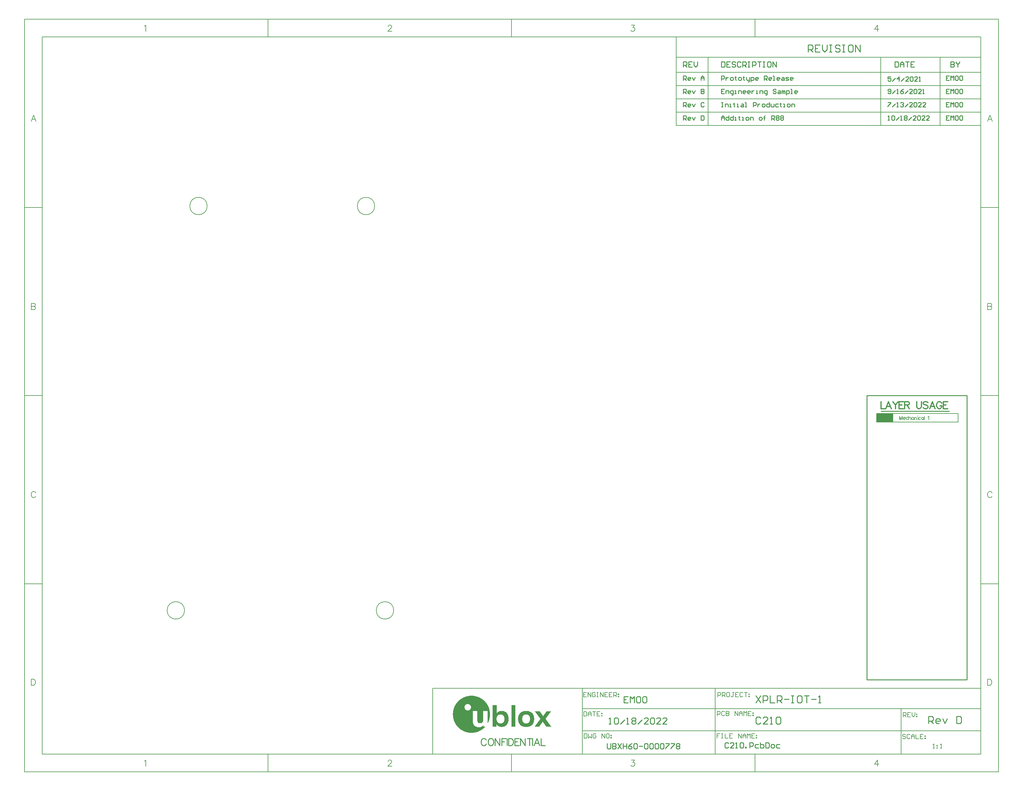
<source format=gm1>
G04*
G04 #@! TF.GenerationSoftware,Altium Limited,Altium Designer,23.0.1 (38)*
G04*
G04 Layer_Color=16711935*
%FSLAX44Y44*%
%MOMM*%
G71*
G04*
G04 #@! TF.SameCoordinates,B12E620B-8F76-40C0-9090-1E76C6094A63*
G04*
G04*
G04 #@! TF.FilePolarity,Positive*
G04*
G01*
G75*
%ADD11C,0.1270*%
%ADD14C,0.2540*%
%ADD16C,0.2000*%
%ADD25R,4.8260X2.4130*%
%ADD26C,0.2997*%
%ADD27C,0.1778*%
G36*
X885250Y-150059D02*
X889786D01*
Y-150512D01*
X892507D01*
Y-150966D01*
X894775D01*
Y-151419D01*
X896589D01*
Y-151873D01*
X898403D01*
Y-152327D01*
X899764D01*
Y-152780D01*
X901124D01*
Y-153234D01*
X902485D01*
Y-153687D01*
X903392D01*
Y-154141D01*
X904753D01*
Y-154594D01*
X905660D01*
Y-155048D01*
X906567D01*
Y-155501D01*
X907474D01*
Y-155955D01*
X908381D01*
Y-156409D01*
X909288D01*
Y-156862D01*
X909742D01*
Y-157316D01*
X910649D01*
Y-157769D01*
X911556D01*
Y-158223D01*
X912010D01*
Y-158676D01*
X912917D01*
Y-159130D01*
X913371D01*
Y-159584D01*
X914278D01*
Y-160037D01*
X914731D01*
Y-160491D01*
X915185D01*
Y-160944D01*
X916092D01*
Y-161398D01*
X916545D01*
Y-161851D01*
X916999D01*
Y-162305D01*
X917452D01*
Y-162758D01*
X918360D01*
Y-163212D01*
X918813D01*
Y-163666D01*
X919267D01*
Y-164119D01*
X919720D01*
Y-164573D01*
X920174D01*
Y-165026D01*
X920627D01*
Y-165480D01*
X921081D01*
Y-165933D01*
X921535D01*
Y-166387D01*
X921988D01*
Y-166840D01*
X922442D01*
Y-167294D01*
X922895D01*
Y-167747D01*
X923349D01*
Y-168201D01*
Y-168655D01*
X923802D01*
Y-169108D01*
X924256D01*
Y-169562D01*
X924709D01*
Y-170015D01*
X925163D01*
Y-170469D01*
Y-170922D01*
X925617D01*
Y-171376D01*
X926070D01*
Y-171830D01*
X926524D01*
Y-172283D01*
Y-172737D01*
X926977D01*
Y-173190D01*
X927431D01*
Y-173644D01*
Y-174097D01*
X927884D01*
Y-174551D01*
X928338D01*
Y-175004D01*
Y-175458D01*
X928791D01*
Y-175912D01*
X929245D01*
Y-176365D01*
Y-176819D01*
X929698D01*
Y-177272D01*
Y-177726D01*
X930152D01*
Y-178179D01*
Y-178633D01*
X930606D01*
Y-179086D01*
Y-179540D01*
X931059D01*
Y-179993D01*
Y-180447D01*
X931513D01*
Y-180901D01*
Y-181354D01*
X931966D01*
Y-181808D01*
Y-182261D01*
X932420D01*
Y-182715D01*
Y-183168D01*
Y-183622D01*
X932873D01*
Y-184076D01*
Y-184529D01*
X933327D01*
Y-184983D01*
Y-185436D01*
Y-185890D01*
X933781D01*
Y-186343D01*
Y-186797D01*
Y-187250D01*
X934234D01*
Y-187704D01*
Y-188158D01*
Y-188611D01*
Y-189065D01*
X934688D01*
Y-189518D01*
Y-189972D01*
Y-190425D01*
Y-190879D01*
X935141D01*
Y-191332D01*
Y-191786D01*
Y-192240D01*
Y-192693D01*
X935595D01*
Y-193147D01*
Y-193600D01*
Y-194054D01*
Y-194507D01*
Y-194961D01*
Y-195414D01*
Y-195868D01*
X936048D01*
Y-196322D01*
Y-196775D01*
Y-197229D01*
Y-197682D01*
Y-198136D01*
Y-198589D01*
Y-199043D01*
Y-199496D01*
Y-199950D01*
Y-200404D01*
Y-200857D01*
X936502D01*
Y-201311D01*
Y-201764D01*
Y-202218D01*
Y-202671D01*
Y-203125D01*
Y-203578D01*
Y-204032D01*
Y-204486D01*
Y-204939D01*
Y-205393D01*
X936048D01*
Y-205846D01*
Y-206300D01*
Y-206753D01*
Y-207207D01*
Y-207661D01*
Y-208114D01*
Y-208568D01*
Y-209021D01*
Y-209475D01*
Y-209928D01*
Y-210382D01*
X935595D01*
Y-210835D01*
Y-211289D01*
Y-211742D01*
Y-212196D01*
Y-212650D01*
Y-213103D01*
X935141D01*
Y-213557D01*
Y-214010D01*
Y-214464D01*
Y-214917D01*
Y-215371D01*
X934688D01*
Y-215825D01*
Y-216278D01*
Y-216732D01*
Y-217185D01*
X934234D01*
Y-217639D01*
Y-218092D01*
Y-218546D01*
Y-218999D01*
X933781D01*
Y-219453D01*
Y-219907D01*
Y-220360D01*
X933327D01*
Y-220814D01*
Y-221267D01*
X932873D01*
Y-221721D01*
Y-222174D01*
Y-222628D01*
X932420D01*
Y-223081D01*
Y-223535D01*
X931966D01*
Y-223988D01*
Y-224442D01*
Y-224896D01*
X931513D01*
Y-225349D01*
Y-225803D01*
X931059D01*
Y-226256D01*
Y-226710D01*
X930606D01*
Y-227163D01*
Y-227617D01*
X930152D01*
Y-228071D01*
Y-228524D01*
X929698D01*
Y-228071D01*
Y-227617D01*
Y-227163D01*
Y-226710D01*
Y-226256D01*
Y-225803D01*
Y-225349D01*
Y-224896D01*
Y-224442D01*
Y-223988D01*
Y-223535D01*
Y-223081D01*
Y-222628D01*
Y-222174D01*
Y-221721D01*
Y-221267D01*
Y-220814D01*
Y-220360D01*
Y-219907D01*
Y-219453D01*
Y-218999D01*
Y-218546D01*
Y-218092D01*
Y-217639D01*
Y-217185D01*
Y-216732D01*
Y-216278D01*
Y-215825D01*
Y-215371D01*
Y-214917D01*
Y-214464D01*
Y-214010D01*
Y-213557D01*
Y-213103D01*
Y-212650D01*
Y-212196D01*
Y-211742D01*
Y-211289D01*
Y-210835D01*
Y-210382D01*
Y-209928D01*
Y-209475D01*
Y-209021D01*
Y-208568D01*
Y-208114D01*
Y-207661D01*
Y-207207D01*
Y-206753D01*
Y-206300D01*
Y-205846D01*
Y-205393D01*
Y-204939D01*
Y-204486D01*
Y-204032D01*
Y-203578D01*
Y-203125D01*
Y-202671D01*
Y-202218D01*
Y-201764D01*
Y-201311D01*
Y-200857D01*
Y-200404D01*
Y-199950D01*
Y-199496D01*
Y-199043D01*
Y-198589D01*
Y-198136D01*
Y-197682D01*
Y-197229D01*
Y-196775D01*
Y-196322D01*
Y-195868D01*
Y-195414D01*
Y-194961D01*
Y-194507D01*
Y-194054D01*
X916999D01*
Y-194507D01*
Y-194961D01*
Y-195414D01*
Y-195868D01*
Y-196322D01*
Y-196775D01*
Y-197229D01*
Y-197682D01*
Y-198136D01*
Y-198589D01*
Y-199043D01*
Y-199496D01*
Y-199950D01*
Y-200404D01*
Y-200857D01*
Y-201311D01*
Y-201764D01*
Y-202218D01*
Y-202671D01*
Y-203125D01*
Y-203578D01*
Y-204032D01*
Y-204486D01*
Y-204939D01*
Y-205393D01*
Y-205846D01*
Y-206300D01*
Y-206753D01*
Y-207207D01*
Y-207661D01*
Y-208114D01*
Y-208568D01*
Y-209021D01*
Y-209475D01*
Y-209928D01*
Y-210382D01*
Y-210835D01*
Y-211289D01*
Y-211742D01*
Y-212196D01*
Y-212650D01*
Y-213103D01*
Y-213557D01*
Y-214010D01*
Y-214464D01*
Y-214917D01*
Y-215371D01*
Y-215825D01*
Y-216278D01*
Y-216732D01*
Y-217185D01*
Y-217639D01*
Y-218092D01*
Y-218546D01*
Y-218999D01*
Y-219453D01*
Y-219907D01*
Y-220360D01*
Y-220814D01*
Y-221267D01*
Y-221721D01*
X916545D01*
Y-222174D01*
Y-222628D01*
Y-223081D01*
Y-223535D01*
X916092D01*
Y-223988D01*
Y-224442D01*
X915638D01*
Y-224896D01*
Y-225349D01*
X915185D01*
Y-225803D01*
X914731D01*
Y-226256D01*
X914278D01*
Y-226710D01*
X913824D01*
Y-227163D01*
X913371D01*
Y-227617D01*
X912463D01*
Y-228071D01*
X911103D01*
Y-228524D01*
X904753D01*
Y-228071D01*
X903392D01*
Y-227617D01*
X902485D01*
Y-227163D01*
X902032D01*
Y-226710D01*
X901578D01*
Y-226256D01*
X901124D01*
Y-225803D01*
Y-225349D01*
X900671D01*
Y-224896D01*
Y-224442D01*
X900217D01*
Y-223988D01*
Y-223535D01*
Y-223081D01*
Y-222628D01*
X899764D01*
Y-222174D01*
Y-221721D01*
Y-221267D01*
Y-220814D01*
Y-220360D01*
Y-219907D01*
Y-219453D01*
Y-218999D01*
Y-218546D01*
Y-218092D01*
Y-217639D01*
Y-217185D01*
Y-216732D01*
Y-216278D01*
Y-215825D01*
Y-215371D01*
Y-214917D01*
Y-214464D01*
Y-214010D01*
Y-213557D01*
Y-213103D01*
Y-212650D01*
Y-212196D01*
Y-211742D01*
Y-211289D01*
Y-210835D01*
Y-210382D01*
Y-209928D01*
Y-209475D01*
Y-209021D01*
Y-208568D01*
Y-208114D01*
Y-207661D01*
Y-207207D01*
Y-206753D01*
Y-206300D01*
Y-205846D01*
Y-205393D01*
Y-204939D01*
Y-204486D01*
Y-204032D01*
Y-203578D01*
Y-203125D01*
Y-202671D01*
Y-202218D01*
Y-201764D01*
Y-201311D01*
Y-200857D01*
Y-200404D01*
Y-199950D01*
Y-199496D01*
Y-199043D01*
Y-198589D01*
Y-198136D01*
Y-197682D01*
Y-197229D01*
Y-196775D01*
Y-196322D01*
Y-195868D01*
Y-195414D01*
Y-194961D01*
Y-194507D01*
Y-194054D01*
X887064D01*
Y-194507D01*
Y-194961D01*
Y-195414D01*
Y-195868D01*
Y-196322D01*
Y-196775D01*
Y-197229D01*
Y-197682D01*
Y-198136D01*
Y-198589D01*
Y-199043D01*
Y-199496D01*
Y-199950D01*
Y-200404D01*
Y-200857D01*
Y-201311D01*
Y-201764D01*
Y-202218D01*
Y-202671D01*
Y-203125D01*
Y-203578D01*
Y-204032D01*
Y-204486D01*
Y-204939D01*
Y-205393D01*
Y-205846D01*
Y-206300D01*
Y-206753D01*
Y-207207D01*
Y-207661D01*
Y-208114D01*
Y-208568D01*
Y-209021D01*
Y-209475D01*
Y-209928D01*
Y-210382D01*
Y-210835D01*
Y-211289D01*
Y-211742D01*
Y-212196D01*
Y-212650D01*
Y-213103D01*
Y-213557D01*
Y-214010D01*
Y-214464D01*
Y-214917D01*
Y-215371D01*
Y-215825D01*
Y-216278D01*
Y-216732D01*
Y-217185D01*
Y-217639D01*
Y-218092D01*
Y-218546D01*
Y-218999D01*
Y-219453D01*
Y-219907D01*
Y-220360D01*
Y-220814D01*
Y-221267D01*
Y-221721D01*
Y-222174D01*
Y-222628D01*
Y-223081D01*
Y-223535D01*
Y-223988D01*
Y-224442D01*
Y-224896D01*
Y-225349D01*
Y-225803D01*
Y-226256D01*
Y-226710D01*
Y-227163D01*
X887518D01*
Y-227617D01*
Y-228071D01*
Y-228524D01*
Y-228978D01*
X887971D01*
Y-229431D01*
Y-229885D01*
Y-230338D01*
X888425D01*
Y-230792D01*
Y-231245D01*
Y-231699D01*
X888878D01*
Y-232153D01*
Y-232606D01*
X889332D01*
Y-233060D01*
X889786D01*
Y-233513D01*
Y-233967D01*
X890239D01*
Y-234420D01*
X890693D01*
Y-234874D01*
X891146D01*
Y-235327D01*
X891600D01*
Y-235781D01*
X892053D01*
Y-236234D01*
X892507D01*
Y-236688D01*
X893414D01*
Y-237142D01*
X893868D01*
Y-237595D01*
X894775D01*
Y-238049D01*
X895682D01*
Y-238502D01*
X896589D01*
Y-238956D01*
X897950D01*
Y-239409D01*
X899764D01*
Y-239863D01*
X908835D01*
Y-239409D01*
X910649D01*
Y-238956D01*
X911556D01*
Y-238502D01*
X912917D01*
Y-238049D01*
X913371D01*
Y-237595D01*
X914278D01*
Y-237142D01*
X914731D01*
Y-236688D01*
X915185D01*
Y-236234D01*
X916092D01*
Y-235781D01*
X916545D01*
Y-235327D01*
X916999D01*
Y-234874D01*
Y-234420D01*
X917452D01*
Y-234874D01*
Y-235327D01*
Y-235781D01*
Y-236234D01*
Y-236688D01*
Y-237142D01*
Y-237595D01*
Y-238049D01*
Y-238502D01*
Y-238956D01*
X922442D01*
Y-239409D01*
X921988D01*
Y-239863D01*
X921535D01*
Y-240317D01*
X921081D01*
Y-240770D01*
X920627D01*
Y-241224D01*
X920174D01*
Y-241677D01*
X919720D01*
Y-242131D01*
X919267D01*
Y-242584D01*
X918813D01*
Y-243038D01*
X917906D01*
Y-243491D01*
X917452D01*
Y-243945D01*
X916999D01*
Y-244398D01*
X916545D01*
Y-244852D01*
X915638D01*
Y-245306D01*
X915185D01*
Y-245759D01*
X914731D01*
Y-246213D01*
X913824D01*
Y-246666D01*
X913371D01*
Y-247120D01*
X912463D01*
Y-247573D01*
X912010D01*
Y-248027D01*
X911103D01*
Y-248480D01*
X910649D01*
Y-248934D01*
X909742D01*
Y-249388D01*
X908835D01*
Y-249841D01*
X907928D01*
Y-250295D01*
X907474D01*
Y-250748D01*
X906567D01*
Y-251202D01*
X905206D01*
Y-251655D01*
X904299D01*
Y-252109D01*
X903392D01*
Y-252563D01*
X902032D01*
Y-253016D01*
X901124D01*
Y-253470D01*
X899764D01*
Y-253923D01*
X897950D01*
Y-254377D01*
X896589D01*
Y-254830D01*
X894775D01*
Y-255284D01*
X892053D01*
Y-255737D01*
X888878D01*
Y-256191D01*
X877086D01*
Y-255737D01*
X873911D01*
Y-255284D01*
X871643D01*
Y-254830D01*
X869829D01*
Y-254377D01*
X868015D01*
Y-253923D01*
X866654D01*
Y-253470D01*
X865294D01*
Y-253016D01*
X863933D01*
Y-252563D01*
X863026D01*
Y-252109D01*
X861665D01*
Y-251655D01*
X860758D01*
Y-251202D01*
X859851D01*
Y-250748D01*
X858944D01*
Y-250295D01*
X858037D01*
Y-249841D01*
X857130D01*
Y-249388D01*
X856222D01*
Y-248934D01*
X855769D01*
Y-248480D01*
X854862D01*
Y-248027D01*
X853955D01*
Y-247573D01*
X853501D01*
Y-247120D01*
X852594D01*
Y-246666D01*
X852140D01*
Y-246213D01*
X851687D01*
Y-245759D01*
X850780D01*
Y-245306D01*
X850326D01*
Y-244852D01*
X849873D01*
Y-244398D01*
X848966D01*
Y-243945D01*
X848512D01*
Y-243491D01*
X848058D01*
Y-243038D01*
X847605D01*
Y-242584D01*
X847151D01*
Y-242131D01*
X846698D01*
Y-241677D01*
X846244D01*
Y-241224D01*
X845791D01*
Y-240770D01*
X845337D01*
Y-240317D01*
X844883D01*
Y-239863D01*
X844430D01*
Y-239409D01*
X843976D01*
Y-238956D01*
X843523D01*
Y-238502D01*
X843069D01*
Y-238049D01*
X842616D01*
Y-237595D01*
X842162D01*
Y-237142D01*
X841709D01*
Y-236688D01*
Y-236234D01*
X841255D01*
Y-235781D01*
X840801D01*
Y-235327D01*
X840348D01*
Y-234874D01*
X839894D01*
Y-234420D01*
Y-233967D01*
X839441D01*
Y-233513D01*
X838987D01*
Y-233060D01*
Y-232606D01*
X838534D01*
Y-232153D01*
X838080D01*
Y-231699D01*
Y-231245D01*
X837627D01*
Y-230792D01*
X837173D01*
Y-230338D01*
Y-229885D01*
X836720D01*
Y-229431D01*
Y-228978D01*
X836266D01*
Y-228524D01*
Y-228071D01*
X835812D01*
Y-227617D01*
Y-227163D01*
X835359D01*
Y-226710D01*
Y-226256D01*
X834905D01*
Y-225803D01*
Y-225349D01*
X834452D01*
Y-224896D01*
Y-224442D01*
X833998D01*
Y-223988D01*
Y-223535D01*
X833545D01*
Y-223081D01*
Y-222628D01*
Y-222174D01*
X833091D01*
Y-221721D01*
Y-221267D01*
Y-220814D01*
X832637D01*
Y-220360D01*
Y-219907D01*
X832184D01*
Y-219453D01*
Y-218999D01*
Y-218546D01*
Y-218092D01*
X831730D01*
Y-217639D01*
Y-217185D01*
Y-216732D01*
X831277D01*
Y-216278D01*
Y-215825D01*
Y-215371D01*
Y-214917D01*
X830823D01*
Y-214464D01*
Y-214010D01*
Y-213557D01*
Y-213103D01*
Y-212650D01*
X830370D01*
Y-212196D01*
Y-211742D01*
Y-211289D01*
Y-210835D01*
Y-210382D01*
Y-209928D01*
Y-209475D01*
X829916D01*
Y-209021D01*
Y-208568D01*
Y-208114D01*
Y-207661D01*
Y-207207D01*
Y-206753D01*
Y-206300D01*
Y-205846D01*
Y-205393D01*
Y-204939D01*
X829463D01*
Y-204486D01*
Y-204032D01*
Y-203578D01*
Y-203125D01*
Y-202671D01*
Y-202218D01*
Y-201764D01*
Y-201311D01*
Y-200857D01*
X829916D01*
Y-200404D01*
Y-199950D01*
Y-199496D01*
Y-199043D01*
Y-198589D01*
Y-198136D01*
Y-197682D01*
Y-197229D01*
Y-196775D01*
X830370D01*
Y-196322D01*
Y-195868D01*
Y-195414D01*
Y-194961D01*
Y-194507D01*
Y-194054D01*
Y-193600D01*
X830823D01*
Y-193147D01*
Y-192693D01*
Y-192240D01*
Y-191786D01*
Y-191332D01*
X831277D01*
Y-190879D01*
Y-190425D01*
Y-189972D01*
Y-189518D01*
X831730D01*
Y-189065D01*
Y-188611D01*
Y-188158D01*
Y-187704D01*
X832184D01*
Y-187250D01*
Y-186797D01*
Y-186343D01*
X832637D01*
Y-185890D01*
Y-185436D01*
Y-184983D01*
X833091D01*
Y-184529D01*
Y-184076D01*
X833545D01*
Y-183622D01*
Y-183168D01*
Y-182715D01*
X833998D01*
Y-182261D01*
Y-181808D01*
X834452D01*
Y-181354D01*
Y-180901D01*
Y-180447D01*
X834905D01*
Y-179993D01*
Y-179540D01*
X835359D01*
Y-179086D01*
Y-178633D01*
X835812D01*
Y-178179D01*
Y-177726D01*
X836266D01*
Y-177272D01*
X836720D01*
Y-176819D01*
Y-176365D01*
X837173D01*
Y-175912D01*
Y-175458D01*
X837627D01*
Y-175004D01*
X838080D01*
Y-174551D01*
Y-174097D01*
X838534D01*
Y-173644D01*
X838987D01*
Y-173190D01*
Y-172737D01*
X839441D01*
Y-172283D01*
X839894D01*
Y-171830D01*
Y-171376D01*
X840348D01*
Y-170922D01*
X840801D01*
Y-170469D01*
X841255D01*
Y-170015D01*
Y-169562D01*
X841709D01*
Y-169108D01*
X842162D01*
Y-168655D01*
X842616D01*
Y-168201D01*
X843069D01*
Y-167747D01*
X843523D01*
Y-167294D01*
X843976D01*
Y-166840D01*
X844430D01*
Y-166387D01*
Y-165933D01*
X844883D01*
Y-165480D01*
X845337D01*
Y-165026D01*
X845791D01*
Y-164573D01*
X846698D01*
Y-164119D01*
X847151D01*
Y-163666D01*
X847605D01*
Y-163212D01*
X848058D01*
Y-162758D01*
X848512D01*
Y-162305D01*
X848966D01*
Y-161851D01*
X849419D01*
Y-161398D01*
X850326D01*
Y-160944D01*
X850780D01*
Y-160491D01*
X851233D01*
Y-160037D01*
X852140D01*
Y-159584D01*
X852594D01*
Y-159130D01*
X853501D01*
Y-158676D01*
X853955D01*
Y-158223D01*
X854862D01*
Y-157769D01*
X855315D01*
Y-157316D01*
X856222D01*
Y-156862D01*
X857130D01*
Y-156409D01*
X857583D01*
Y-155955D01*
X858944D01*
Y-155501D01*
X859851D01*
Y-155048D01*
X860758D01*
Y-154594D01*
X861665D01*
Y-154141D01*
X862572D01*
Y-153687D01*
X863933D01*
Y-153234D01*
X864840D01*
Y-152780D01*
X866201D01*
Y-152327D01*
X867561D01*
Y-151873D01*
X869376D01*
Y-151419D01*
X871190D01*
Y-150966D01*
X873457D01*
Y-150512D01*
X876632D01*
Y-150059D01*
X881168D01*
Y-149605D01*
X885250D01*
Y-150059D01*
D02*
G37*
G36*
X955551Y-177272D02*
Y-177726D01*
Y-178179D01*
Y-178633D01*
Y-179086D01*
Y-179540D01*
Y-179993D01*
Y-180447D01*
Y-180901D01*
Y-181354D01*
Y-181808D01*
Y-182261D01*
Y-182715D01*
Y-183168D01*
Y-183622D01*
Y-184076D01*
Y-184529D01*
Y-184983D01*
Y-185436D01*
Y-185890D01*
Y-186343D01*
Y-186797D01*
Y-187250D01*
Y-187704D01*
Y-188158D01*
Y-188611D01*
Y-189065D01*
Y-189518D01*
Y-189972D01*
Y-190425D01*
Y-190879D01*
Y-191332D01*
Y-191786D01*
Y-192240D01*
Y-192693D01*
Y-193147D01*
Y-193600D01*
Y-194054D01*
Y-194507D01*
Y-194961D01*
Y-195414D01*
Y-195868D01*
Y-196322D01*
Y-196775D01*
Y-197229D01*
Y-197682D01*
Y-198136D01*
Y-198589D01*
Y-199043D01*
Y-199496D01*
X956458D01*
Y-199043D01*
X956912D01*
Y-198589D01*
X957365D01*
Y-198136D01*
X957819D01*
Y-197682D01*
X958272D01*
Y-197229D01*
X958726D01*
Y-196775D01*
X959180D01*
Y-196322D01*
X960087D01*
Y-195868D01*
X960540D01*
Y-195414D01*
X961447D01*
Y-194961D01*
X962355D01*
Y-194507D01*
X963715D01*
Y-194054D01*
X965529D01*
Y-193600D01*
X974147D01*
Y-194054D01*
X975961D01*
Y-194507D01*
X977322D01*
Y-194961D01*
X978682D01*
Y-195414D01*
X979590D01*
Y-195868D01*
X980043D01*
Y-196322D01*
X980950D01*
Y-196775D01*
X981404D01*
Y-197229D01*
X982311D01*
Y-197682D01*
X982765D01*
Y-198136D01*
X983218D01*
Y-198589D01*
X983672D01*
Y-199043D01*
X984125D01*
Y-199496D01*
X984579D01*
Y-199950D01*
Y-200404D01*
X985032D01*
Y-200857D01*
X985486D01*
Y-201311D01*
X985939D01*
Y-201764D01*
Y-202218D01*
X986393D01*
Y-202671D01*
Y-203125D01*
X986846D01*
Y-203578D01*
Y-204032D01*
X987300D01*
Y-204486D01*
Y-204939D01*
X987754D01*
Y-205393D01*
Y-205846D01*
Y-206300D01*
X988207D01*
Y-206753D01*
Y-207207D01*
Y-207661D01*
Y-208114D01*
X988661D01*
Y-208568D01*
Y-209021D01*
Y-209475D01*
Y-209928D01*
Y-210382D01*
X989114D01*
Y-210835D01*
Y-211289D01*
Y-211742D01*
Y-212196D01*
Y-212650D01*
Y-213103D01*
Y-213557D01*
Y-214010D01*
Y-214464D01*
X989568D01*
Y-214917D01*
X989114D01*
Y-215371D01*
Y-215825D01*
Y-216278D01*
Y-216732D01*
Y-217185D01*
Y-217639D01*
Y-218092D01*
Y-218546D01*
Y-218999D01*
Y-219453D01*
Y-219907D01*
Y-220360D01*
Y-220814D01*
Y-221267D01*
Y-221721D01*
Y-222174D01*
Y-222628D01*
X988661D01*
Y-223081D01*
Y-223535D01*
Y-223988D01*
Y-224442D01*
Y-224896D01*
X988207D01*
Y-225349D01*
Y-225803D01*
Y-226256D01*
X987754D01*
Y-226710D01*
Y-227163D01*
Y-227617D01*
X987300D01*
Y-228071D01*
Y-228524D01*
Y-228978D01*
X986846D01*
Y-229431D01*
Y-229885D01*
X986393D01*
Y-230338D01*
Y-230792D01*
X985939D01*
Y-231245D01*
X985486D01*
Y-231699D01*
Y-232153D01*
X985032D01*
Y-232606D01*
X984579D01*
Y-233060D01*
X984125D01*
Y-233513D01*
X983672D01*
Y-233967D01*
Y-234420D01*
X982765D01*
Y-234874D01*
X982311D01*
Y-235327D01*
X981857D01*
Y-235781D01*
X981404D01*
Y-236234D01*
X980497D01*
Y-236688D01*
X980043D01*
Y-237142D01*
X979136D01*
Y-237595D01*
X978229D01*
Y-238049D01*
X977322D01*
Y-238502D01*
X975961D01*
Y-238956D01*
X973693D01*
Y-239409D01*
X965983D01*
Y-238956D01*
X963715D01*
Y-238502D01*
X962808D01*
Y-238049D01*
X961447D01*
Y-237595D01*
X960994D01*
Y-237142D01*
X960087D01*
Y-236688D01*
X959633D01*
Y-236234D01*
X958726D01*
Y-235781D01*
X958272D01*
Y-235327D01*
X957819D01*
Y-234874D01*
X957365D01*
Y-234420D01*
X956912D01*
Y-233967D01*
X956458D01*
Y-233513D01*
X956005D01*
Y-233060D01*
Y-232606D01*
X955098D01*
Y-233060D01*
Y-233513D01*
Y-233967D01*
Y-234420D01*
Y-234874D01*
Y-235327D01*
Y-235781D01*
Y-236234D01*
Y-236688D01*
Y-237142D01*
Y-237595D01*
Y-238049D01*
Y-238502D01*
X943759D01*
Y-238049D01*
Y-237595D01*
Y-237142D01*
Y-236688D01*
Y-236234D01*
Y-235781D01*
Y-235327D01*
Y-234874D01*
Y-234420D01*
Y-233967D01*
Y-233513D01*
Y-233060D01*
Y-232606D01*
Y-232153D01*
Y-231699D01*
Y-231245D01*
Y-230792D01*
Y-230338D01*
Y-229885D01*
Y-229431D01*
Y-228978D01*
Y-228524D01*
Y-228071D01*
Y-227617D01*
Y-227163D01*
Y-226710D01*
Y-226256D01*
Y-225803D01*
Y-225349D01*
Y-224896D01*
Y-224442D01*
Y-223988D01*
Y-223535D01*
Y-223081D01*
Y-222628D01*
Y-222174D01*
Y-221721D01*
Y-221267D01*
Y-220814D01*
Y-220360D01*
Y-219907D01*
Y-219453D01*
Y-218999D01*
Y-218546D01*
Y-218092D01*
Y-217639D01*
Y-217185D01*
Y-216732D01*
Y-216278D01*
Y-215825D01*
Y-215371D01*
Y-214917D01*
Y-214464D01*
Y-214010D01*
Y-213557D01*
Y-213103D01*
Y-212650D01*
Y-212196D01*
Y-211742D01*
Y-211289D01*
Y-210835D01*
Y-210382D01*
Y-209928D01*
Y-209475D01*
Y-209021D01*
Y-208568D01*
Y-208114D01*
Y-207661D01*
Y-207207D01*
Y-206753D01*
Y-206300D01*
Y-205846D01*
Y-205393D01*
Y-204939D01*
Y-204486D01*
Y-204032D01*
Y-203578D01*
Y-203125D01*
Y-202671D01*
Y-202218D01*
Y-201764D01*
Y-201311D01*
Y-200857D01*
Y-200404D01*
Y-199950D01*
Y-199496D01*
Y-199043D01*
Y-198589D01*
Y-198136D01*
Y-197682D01*
Y-197229D01*
Y-196775D01*
Y-196322D01*
Y-195868D01*
Y-195414D01*
Y-194961D01*
Y-194507D01*
Y-194054D01*
Y-193600D01*
Y-193147D01*
Y-192693D01*
Y-192240D01*
Y-191786D01*
Y-191332D01*
Y-190879D01*
Y-190425D01*
Y-189972D01*
Y-189518D01*
Y-189065D01*
Y-188611D01*
Y-188158D01*
Y-187704D01*
Y-187250D01*
Y-186797D01*
Y-186343D01*
Y-185890D01*
Y-185436D01*
Y-184983D01*
Y-184529D01*
Y-184076D01*
Y-183622D01*
Y-183168D01*
Y-182715D01*
Y-182261D01*
Y-181808D01*
Y-181354D01*
Y-180901D01*
Y-180447D01*
Y-179993D01*
Y-179540D01*
Y-179086D01*
Y-178633D01*
Y-178179D01*
Y-177726D01*
Y-177272D01*
Y-176819D01*
X955551D01*
Y-177272D01*
D02*
G37*
G36*
X1009071D02*
Y-177726D01*
Y-178179D01*
Y-178633D01*
Y-179086D01*
Y-179540D01*
Y-179993D01*
Y-180447D01*
Y-180901D01*
Y-181354D01*
Y-181808D01*
Y-182261D01*
Y-182715D01*
Y-183168D01*
Y-183622D01*
Y-184076D01*
Y-184529D01*
Y-184983D01*
Y-185436D01*
Y-185890D01*
Y-186343D01*
Y-186797D01*
Y-187250D01*
Y-187704D01*
Y-188158D01*
Y-188611D01*
Y-189065D01*
Y-189518D01*
Y-189972D01*
Y-190425D01*
Y-190879D01*
Y-191332D01*
Y-191786D01*
Y-192240D01*
Y-192693D01*
Y-193147D01*
Y-193600D01*
Y-194054D01*
Y-194507D01*
Y-194961D01*
Y-195414D01*
Y-195868D01*
Y-196322D01*
Y-196775D01*
Y-197229D01*
Y-197682D01*
Y-198136D01*
Y-198589D01*
Y-199043D01*
Y-199496D01*
Y-199950D01*
Y-200404D01*
Y-200857D01*
Y-201311D01*
Y-201764D01*
Y-202218D01*
Y-202671D01*
Y-203125D01*
Y-203578D01*
Y-204032D01*
Y-204486D01*
Y-204939D01*
Y-205393D01*
Y-205846D01*
Y-206300D01*
Y-206753D01*
Y-207207D01*
Y-207661D01*
Y-208114D01*
Y-208568D01*
Y-209021D01*
Y-209475D01*
Y-209928D01*
Y-210382D01*
Y-210835D01*
Y-211289D01*
Y-211742D01*
Y-212196D01*
Y-212650D01*
Y-213103D01*
Y-213557D01*
Y-214010D01*
Y-214464D01*
Y-214917D01*
Y-215371D01*
Y-215825D01*
Y-216278D01*
Y-216732D01*
Y-217185D01*
Y-217639D01*
Y-218092D01*
Y-218546D01*
Y-218999D01*
Y-219453D01*
Y-219907D01*
Y-220360D01*
Y-220814D01*
Y-221267D01*
Y-221721D01*
Y-222174D01*
Y-222628D01*
Y-223081D01*
Y-223535D01*
Y-223988D01*
Y-224442D01*
Y-224896D01*
Y-225349D01*
Y-225803D01*
Y-226256D01*
Y-226710D01*
Y-227163D01*
Y-227617D01*
Y-228071D01*
Y-228524D01*
Y-228978D01*
Y-229431D01*
Y-229885D01*
Y-230338D01*
Y-230792D01*
Y-231245D01*
Y-231699D01*
Y-232153D01*
Y-232606D01*
Y-233060D01*
Y-233513D01*
Y-233967D01*
Y-234420D01*
Y-234874D01*
Y-235327D01*
Y-235781D01*
Y-236234D01*
Y-236688D01*
Y-237142D01*
Y-237595D01*
Y-238049D01*
Y-238502D01*
X997732D01*
Y-238049D01*
Y-237595D01*
Y-237142D01*
Y-236688D01*
Y-236234D01*
Y-235781D01*
Y-235327D01*
Y-234874D01*
Y-234420D01*
Y-233967D01*
Y-233513D01*
Y-233060D01*
Y-232606D01*
Y-232153D01*
Y-231699D01*
Y-231245D01*
Y-230792D01*
Y-230338D01*
Y-229885D01*
Y-229431D01*
Y-228978D01*
Y-228524D01*
Y-228071D01*
Y-227617D01*
Y-227163D01*
Y-226710D01*
Y-226256D01*
Y-225803D01*
Y-225349D01*
Y-224896D01*
Y-224442D01*
Y-223988D01*
Y-223535D01*
Y-223081D01*
Y-222628D01*
Y-222174D01*
Y-221721D01*
Y-221267D01*
Y-220814D01*
Y-220360D01*
Y-219907D01*
Y-219453D01*
Y-218999D01*
Y-218546D01*
Y-218092D01*
Y-217639D01*
Y-217185D01*
Y-216732D01*
Y-216278D01*
Y-215825D01*
Y-215371D01*
Y-214917D01*
Y-214464D01*
Y-214010D01*
Y-213557D01*
Y-213103D01*
Y-212650D01*
Y-212196D01*
Y-211742D01*
Y-211289D01*
Y-210835D01*
Y-210382D01*
Y-209928D01*
Y-209475D01*
Y-209021D01*
Y-208568D01*
Y-208114D01*
Y-207661D01*
Y-207207D01*
Y-206753D01*
Y-206300D01*
Y-205846D01*
Y-205393D01*
Y-204939D01*
Y-204486D01*
Y-204032D01*
Y-203578D01*
Y-203125D01*
Y-202671D01*
Y-202218D01*
Y-201764D01*
Y-201311D01*
Y-200857D01*
Y-200404D01*
Y-199950D01*
Y-199496D01*
Y-199043D01*
Y-198589D01*
Y-198136D01*
Y-197682D01*
Y-197229D01*
Y-196775D01*
Y-196322D01*
Y-195868D01*
Y-195414D01*
Y-194961D01*
Y-194507D01*
Y-194054D01*
Y-193600D01*
Y-193147D01*
Y-192693D01*
Y-192240D01*
Y-191786D01*
Y-191332D01*
Y-190879D01*
Y-190425D01*
Y-189972D01*
Y-189518D01*
Y-189065D01*
Y-188611D01*
Y-188158D01*
Y-187704D01*
Y-187250D01*
Y-186797D01*
Y-186343D01*
Y-185890D01*
Y-185436D01*
Y-184983D01*
Y-184529D01*
Y-184076D01*
Y-183622D01*
Y-183168D01*
Y-182715D01*
Y-182261D01*
Y-181808D01*
Y-181354D01*
Y-180901D01*
Y-180447D01*
Y-179993D01*
Y-179540D01*
Y-179086D01*
Y-178633D01*
Y-178179D01*
Y-177726D01*
Y-177272D01*
Y-176819D01*
X1009071D01*
Y-177272D01*
D02*
G37*
G36*
X1045355Y-194054D02*
X1047623D01*
Y-194507D01*
X1048984D01*
Y-194961D01*
X1050344D01*
Y-195414D01*
X1051252D01*
Y-195868D01*
X1052159D01*
Y-196322D01*
X1053066D01*
Y-196775D01*
X1053973D01*
Y-197229D01*
X1054426D01*
Y-197682D01*
X1055333D01*
Y-198136D01*
X1055787D01*
Y-198589D01*
X1056241D01*
Y-199043D01*
X1056694D01*
Y-199496D01*
X1057148D01*
Y-199950D01*
X1057601D01*
Y-200404D01*
X1058055D01*
Y-200857D01*
X1058508D01*
Y-201311D01*
X1058962D01*
Y-201764D01*
Y-202218D01*
X1059416D01*
Y-202671D01*
X1059869D01*
Y-203125D01*
Y-203578D01*
X1060323D01*
Y-204032D01*
Y-204486D01*
X1060776D01*
Y-204939D01*
Y-205393D01*
X1061230D01*
Y-205846D01*
Y-206300D01*
X1061683D01*
Y-206753D01*
Y-207207D01*
Y-207661D01*
X1062137D01*
Y-208114D01*
Y-208568D01*
Y-209021D01*
Y-209475D01*
Y-209928D01*
X1062590D01*
Y-210382D01*
Y-210835D01*
Y-211289D01*
Y-211742D01*
Y-212196D01*
Y-212650D01*
Y-213103D01*
X1063044D01*
Y-213557D01*
Y-214010D01*
Y-214464D01*
Y-214917D01*
Y-215371D01*
Y-215825D01*
Y-216278D01*
Y-216732D01*
Y-217185D01*
Y-217639D01*
Y-218092D01*
Y-218546D01*
Y-218999D01*
Y-219453D01*
Y-219907D01*
X1062590D01*
Y-220360D01*
Y-220814D01*
Y-221267D01*
Y-221721D01*
Y-222174D01*
Y-222628D01*
Y-223081D01*
X1062137D01*
Y-223535D01*
Y-223988D01*
Y-224442D01*
Y-224896D01*
X1061683D01*
Y-225349D01*
Y-225803D01*
Y-226256D01*
X1061230D01*
Y-226710D01*
Y-227163D01*
Y-227617D01*
X1060776D01*
Y-228071D01*
Y-228524D01*
X1060323D01*
Y-228978D01*
Y-229431D01*
X1059869D01*
Y-229885D01*
Y-230338D01*
X1059416D01*
Y-230792D01*
X1058962D01*
Y-231245D01*
X1058508D01*
Y-231699D01*
Y-232153D01*
X1058055D01*
Y-232606D01*
X1057601D01*
Y-233060D01*
X1057148D01*
Y-233513D01*
X1056694D01*
Y-233967D01*
X1056241D01*
Y-234420D01*
X1055787D01*
Y-234874D01*
X1054880D01*
Y-235327D01*
X1054426D01*
Y-235781D01*
X1053519D01*
Y-236234D01*
X1053066D01*
Y-236688D01*
X1052159D01*
Y-237142D01*
X1051252D01*
Y-237595D01*
X1049891D01*
Y-238049D01*
X1048530D01*
Y-238502D01*
X1047169D01*
Y-238956D01*
X1044902D01*
Y-239409D01*
X1035377D01*
Y-238956D01*
X1032656D01*
Y-238502D01*
X1030841D01*
Y-238049D01*
X1029934D01*
Y-237595D01*
X1028574D01*
Y-237142D01*
X1027667D01*
Y-236688D01*
X1026759D01*
Y-236234D01*
X1026306D01*
Y-235781D01*
X1025399D01*
Y-235327D01*
X1024945D01*
Y-234874D01*
X1024038D01*
Y-234420D01*
X1023585D01*
Y-233967D01*
X1023131D01*
Y-233513D01*
X1022678D01*
Y-233060D01*
X1022224D01*
Y-232606D01*
X1021770D01*
Y-232153D01*
X1021317D01*
Y-231699D01*
Y-231245D01*
X1020863D01*
Y-230792D01*
X1020410D01*
Y-230338D01*
X1019956D01*
Y-229885D01*
Y-229431D01*
X1019503D01*
Y-228978D01*
Y-228524D01*
X1019049D01*
Y-228071D01*
Y-227617D01*
X1018595D01*
Y-227163D01*
Y-226710D01*
Y-226256D01*
X1018142D01*
Y-225803D01*
Y-225349D01*
Y-224896D01*
X1017688D01*
Y-224442D01*
Y-223988D01*
Y-223535D01*
Y-223081D01*
X1017235D01*
Y-222628D01*
Y-222174D01*
Y-221721D01*
Y-221267D01*
Y-220814D01*
Y-220360D01*
Y-219907D01*
Y-219453D01*
X1016781D01*
Y-218999D01*
Y-218546D01*
Y-218092D01*
Y-217639D01*
Y-217185D01*
Y-216732D01*
Y-216278D01*
Y-215825D01*
Y-215371D01*
Y-214917D01*
Y-214464D01*
Y-214010D01*
Y-213557D01*
X1017235D01*
Y-213103D01*
Y-212650D01*
Y-212196D01*
Y-211742D01*
Y-211289D01*
Y-210835D01*
Y-210382D01*
Y-209928D01*
X1017688D01*
Y-209475D01*
Y-209021D01*
Y-208568D01*
Y-208114D01*
X1018142D01*
Y-207661D01*
Y-207207D01*
Y-206753D01*
X1018595D01*
Y-206300D01*
Y-205846D01*
Y-205393D01*
X1019049D01*
Y-204939D01*
Y-204486D01*
X1019503D01*
Y-204032D01*
Y-203578D01*
X1019956D01*
Y-203125D01*
Y-202671D01*
X1020410D01*
Y-202218D01*
X1020863D01*
Y-201764D01*
Y-201311D01*
X1021317D01*
Y-200857D01*
X1021770D01*
Y-200404D01*
X1022224D01*
Y-199950D01*
X1022678D01*
Y-199496D01*
X1023131D01*
Y-199043D01*
X1023585D01*
Y-198589D01*
X1024038D01*
Y-198136D01*
X1024492D01*
Y-197682D01*
X1025399D01*
Y-197229D01*
X1025852D01*
Y-196775D01*
X1026759D01*
Y-196322D01*
X1027667D01*
Y-195868D01*
X1028574D01*
Y-195414D01*
X1029481D01*
Y-194961D01*
X1030841D01*
Y-194507D01*
X1032202D01*
Y-194054D01*
X1034470D01*
Y-193600D01*
X1045355D01*
Y-194054D01*
D02*
G37*
G36*
X1111121Y-194961D02*
X1110667D01*
Y-195414D01*
Y-195868D01*
X1110214D01*
Y-196322D01*
X1109760D01*
Y-196775D01*
X1109307D01*
Y-197229D01*
Y-197682D01*
X1108853D01*
Y-198136D01*
X1108400D01*
Y-198589D01*
Y-199043D01*
X1107946D01*
Y-199496D01*
X1107492D01*
Y-199950D01*
X1107039D01*
Y-200404D01*
Y-200857D01*
X1106585D01*
Y-201311D01*
X1106132D01*
Y-201764D01*
X1105678D01*
Y-202218D01*
Y-202671D01*
X1105225D01*
Y-203125D01*
X1104771D01*
Y-203578D01*
X1104317D01*
Y-204032D01*
Y-204486D01*
X1103864D01*
Y-204939D01*
X1103410D01*
Y-205393D01*
Y-205846D01*
X1102957D01*
Y-206300D01*
X1102503D01*
Y-206753D01*
X1102050D01*
Y-207207D01*
Y-207661D01*
X1101596D01*
Y-208114D01*
X1101143D01*
Y-208568D01*
X1100689D01*
Y-209021D01*
Y-209475D01*
X1100236D01*
Y-209928D01*
X1099782D01*
Y-210382D01*
Y-210835D01*
X1099328D01*
Y-211289D01*
X1098875D01*
Y-211742D01*
X1098421D01*
Y-212196D01*
Y-212650D01*
X1097968D01*
Y-213103D01*
X1097514D01*
Y-213557D01*
X1097061D01*
Y-214010D01*
Y-214464D01*
X1096607D01*
Y-214917D01*
X1096153D01*
Y-215371D01*
X1095700D01*
Y-215825D01*
Y-216278D01*
Y-216732D01*
X1096153D01*
Y-217185D01*
Y-217639D01*
X1096607D01*
Y-218092D01*
X1097061D01*
Y-218546D01*
X1097514D01*
Y-218999D01*
Y-219453D01*
X1097968D01*
Y-219907D01*
X1098421D01*
Y-220360D01*
X1098875D01*
Y-220814D01*
Y-221267D01*
X1099328D01*
Y-221721D01*
X1099782D01*
Y-222174D01*
Y-222628D01*
X1100236D01*
Y-223081D01*
X1100689D01*
Y-223535D01*
X1101143D01*
Y-223988D01*
Y-224442D01*
X1101596D01*
Y-224896D01*
X1102050D01*
Y-225349D01*
X1102503D01*
Y-225803D01*
Y-226256D01*
X1102957D01*
Y-226710D01*
X1103410D01*
Y-227163D01*
X1103864D01*
Y-227617D01*
Y-228071D01*
X1104317D01*
Y-228524D01*
X1104771D01*
Y-228978D01*
X1105225D01*
Y-229431D01*
Y-229885D01*
X1105678D01*
Y-230338D01*
X1106132D01*
Y-230792D01*
X1106585D01*
Y-231245D01*
Y-231699D01*
X1107039D01*
Y-232153D01*
X1107492D01*
Y-232606D01*
X1107946D01*
Y-233060D01*
Y-233513D01*
X1108400D01*
Y-233967D01*
X1108853D01*
Y-234420D01*
Y-234874D01*
X1109307D01*
Y-235327D01*
X1109760D01*
Y-235781D01*
X1110214D01*
Y-236234D01*
Y-236688D01*
X1110667D01*
Y-237142D01*
X1111121D01*
Y-237595D01*
X1111574D01*
Y-238049D01*
X1112028D01*
Y-238502D01*
X1097514D01*
Y-238049D01*
Y-237595D01*
X1097061D01*
Y-237142D01*
X1096607D01*
Y-236688D01*
X1096153D01*
Y-236234D01*
Y-235781D01*
X1095700D01*
Y-235327D01*
X1095246D01*
Y-234874D01*
X1094793D01*
Y-234420D01*
Y-233967D01*
X1094339D01*
Y-233513D01*
X1093886D01*
Y-233060D01*
Y-232606D01*
X1093432D01*
Y-232153D01*
X1092979D01*
Y-231699D01*
X1092525D01*
Y-231245D01*
Y-230792D01*
X1092072D01*
Y-230338D01*
X1091618D01*
Y-229885D01*
X1091164D01*
Y-229431D01*
Y-228978D01*
X1090711D01*
Y-228524D01*
X1090257D01*
Y-228071D01*
Y-227617D01*
X1089804D01*
Y-227163D01*
X1089350D01*
Y-226710D01*
X1088897D01*
Y-226256D01*
Y-225803D01*
X1088443D01*
Y-225349D01*
X1087990D01*
Y-224896D01*
X1087536D01*
Y-224442D01*
X1087082D01*
Y-224896D01*
Y-225349D01*
X1086629D01*
Y-225803D01*
X1086175D01*
Y-226256D01*
X1085722D01*
Y-226710D01*
Y-227163D01*
X1085268D01*
Y-227617D01*
X1084815D01*
Y-228071D01*
Y-228524D01*
X1084361D01*
Y-228978D01*
X1083907D01*
Y-229431D01*
X1083454D01*
Y-229885D01*
Y-230338D01*
X1083000D01*
Y-230792D01*
X1082547D01*
Y-231245D01*
Y-231699D01*
X1082093D01*
Y-232153D01*
X1081640D01*
Y-232606D01*
X1081186D01*
Y-233060D01*
Y-233513D01*
X1080733D01*
Y-233967D01*
X1080279D01*
Y-234420D01*
Y-234874D01*
X1079826D01*
Y-235327D01*
X1079372D01*
Y-235781D01*
X1078918D01*
Y-236234D01*
Y-236688D01*
X1078465D01*
Y-237142D01*
X1078011D01*
Y-237595D01*
Y-238049D01*
X1077558D01*
Y-238502D01*
X1064405D01*
Y-238049D01*
X1064858D01*
Y-237595D01*
X1065312D01*
Y-237142D01*
Y-236688D01*
X1065765D01*
Y-236234D01*
X1066219D01*
Y-235781D01*
X1066672D01*
Y-235327D01*
Y-234874D01*
X1067126D01*
Y-234420D01*
X1067579D01*
Y-233967D01*
Y-233513D01*
X1068033D01*
Y-233060D01*
X1068487D01*
Y-232606D01*
X1068940D01*
Y-232153D01*
X1069394D01*
Y-231699D01*
Y-231245D01*
X1069847D01*
Y-230792D01*
X1070301D01*
Y-230338D01*
Y-229885D01*
X1070754D01*
Y-229431D01*
X1071208D01*
Y-228978D01*
X1071662D01*
Y-228524D01*
Y-228071D01*
X1072115D01*
Y-227617D01*
X1072569D01*
Y-227163D01*
X1073022D01*
Y-226710D01*
Y-226256D01*
X1073476D01*
Y-225803D01*
X1073929D01*
Y-225349D01*
X1074383D01*
Y-224896D01*
Y-224442D01*
X1074836D01*
Y-223988D01*
X1075290D01*
Y-223535D01*
X1075743D01*
Y-223081D01*
Y-222628D01*
X1076197D01*
Y-222174D01*
X1076651D01*
Y-221721D01*
X1077104D01*
Y-221267D01*
Y-220814D01*
X1077558D01*
Y-220360D01*
X1078011D01*
Y-219907D01*
X1078465D01*
Y-219453D01*
Y-218999D01*
X1078918D01*
Y-218546D01*
X1079372D01*
Y-218092D01*
Y-217639D01*
X1079826D01*
Y-217185D01*
X1080279D01*
Y-216732D01*
X1080733D01*
Y-216278D01*
Y-215825D01*
X1080279D01*
Y-215371D01*
X1079826D01*
Y-214917D01*
X1079372D01*
Y-214464D01*
Y-214010D01*
X1078918D01*
Y-213557D01*
X1078465D01*
Y-213103D01*
X1078011D01*
Y-212650D01*
Y-212196D01*
X1077558D01*
Y-211742D01*
X1077104D01*
Y-211289D01*
Y-210835D01*
X1076651D01*
Y-210382D01*
X1076197D01*
Y-209928D01*
X1075743D01*
Y-209475D01*
Y-209021D01*
X1075290D01*
Y-208568D01*
X1074836D01*
Y-208114D01*
X1074383D01*
Y-207661D01*
Y-207207D01*
X1073929D01*
Y-206753D01*
X1073476D01*
Y-206300D01*
Y-205846D01*
X1073022D01*
Y-205393D01*
X1072569D01*
Y-204939D01*
X1072115D01*
Y-204486D01*
Y-204032D01*
X1071662D01*
Y-203578D01*
X1071208D01*
Y-203125D01*
X1070754D01*
Y-202671D01*
Y-202218D01*
X1070301D01*
Y-201764D01*
X1069847D01*
Y-201311D01*
Y-200857D01*
X1069394D01*
Y-200404D01*
X1068940D01*
Y-199950D01*
X1068487D01*
Y-199496D01*
Y-199043D01*
X1068033D01*
Y-198589D01*
X1067579D01*
Y-198136D01*
X1067126D01*
Y-197682D01*
Y-197229D01*
X1066672D01*
Y-196775D01*
X1066219D01*
Y-196322D01*
Y-195868D01*
X1065765D01*
Y-195414D01*
X1065312D01*
Y-194961D01*
X1064858D01*
Y-194507D01*
X1078918D01*
Y-194961D01*
X1079372D01*
Y-195414D01*
X1079826D01*
Y-195868D01*
Y-196322D01*
X1080279D01*
Y-196775D01*
X1080733D01*
Y-197229D01*
X1081186D01*
Y-197682D01*
Y-198136D01*
X1081640D01*
Y-198589D01*
X1082093D01*
Y-199043D01*
Y-199496D01*
X1082547D01*
Y-199950D01*
X1083000D01*
Y-200404D01*
Y-200857D01*
X1083454D01*
Y-201311D01*
X1083907D01*
Y-201764D01*
X1084361D01*
Y-202218D01*
Y-202671D01*
X1084815D01*
Y-203125D01*
X1085268D01*
Y-203578D01*
Y-204032D01*
X1085722D01*
Y-204486D01*
X1086175D01*
Y-204939D01*
X1086629D01*
Y-205393D01*
Y-205846D01*
X1087082D01*
Y-206300D01*
X1087536D01*
Y-206753D01*
Y-207207D01*
X1087990D01*
Y-207661D01*
X1088443D01*
Y-208114D01*
X1088897D01*
Y-207661D01*
X1089350D01*
Y-207207D01*
Y-206753D01*
X1089804D01*
Y-206300D01*
X1090257D01*
Y-205846D01*
X1090711D01*
Y-205393D01*
Y-204939D01*
X1091164D01*
Y-204486D01*
X1091618D01*
Y-204032D01*
Y-203578D01*
X1092072D01*
Y-203125D01*
X1092525D01*
Y-202671D01*
X1092979D01*
Y-202218D01*
Y-201764D01*
X1093432D01*
Y-201311D01*
X1093886D01*
Y-200857D01*
Y-200404D01*
X1094339D01*
Y-199950D01*
X1094793D01*
Y-199496D01*
X1095246D01*
Y-199043D01*
Y-198589D01*
X1095700D01*
Y-198136D01*
X1096153D01*
Y-197682D01*
Y-197229D01*
X1096607D01*
Y-196775D01*
X1097061D01*
Y-196322D01*
X1097514D01*
Y-195868D01*
Y-195414D01*
X1097968D01*
Y-194961D01*
X1098421D01*
Y-194507D01*
X1111121D01*
Y-194961D01*
D02*
G37*
%LPC*%
G36*
X873457Y-173644D02*
X871190D01*
Y-174097D01*
X869376D01*
Y-174551D01*
X868468D01*
Y-175004D01*
X867561D01*
Y-175458D01*
X866654D01*
Y-175912D01*
X866201D01*
Y-176365D01*
X865747D01*
Y-176819D01*
X865294D01*
Y-177272D01*
X864840D01*
Y-177726D01*
Y-178179D01*
X864386D01*
Y-178633D01*
X863933D01*
Y-179086D01*
Y-179540D01*
X863479D01*
Y-179993D01*
Y-180447D01*
Y-180901D01*
Y-181354D01*
X863026D01*
Y-181808D01*
Y-182261D01*
Y-182715D01*
Y-183168D01*
Y-183622D01*
Y-184076D01*
Y-184529D01*
Y-184983D01*
X863479D01*
Y-185436D01*
Y-185890D01*
Y-186343D01*
X863933D01*
Y-186797D01*
Y-187250D01*
X864386D01*
Y-187704D01*
Y-188158D01*
X864840D01*
Y-188611D01*
X865294D01*
Y-189065D01*
X865747D01*
Y-189518D01*
X866201D01*
Y-189972D01*
X866654D01*
Y-190425D01*
X867108D01*
Y-190879D01*
X868015D01*
Y-191332D01*
X868922D01*
Y-191786D01*
X870283D01*
Y-192240D01*
X874365D01*
Y-191786D01*
X875725D01*
Y-191332D01*
X876632D01*
Y-190879D01*
X877540D01*
Y-190425D01*
X877993D01*
Y-189972D01*
X878447D01*
Y-189518D01*
X879354D01*
Y-189065D01*
Y-188611D01*
X879807D01*
Y-188158D01*
X880261D01*
Y-187704D01*
Y-187250D01*
X880714D01*
Y-186797D01*
Y-186343D01*
X881168D01*
Y-185890D01*
Y-185436D01*
Y-184983D01*
X881622D01*
Y-184529D01*
Y-184076D01*
Y-183622D01*
Y-183168D01*
Y-182715D01*
Y-182261D01*
Y-181808D01*
Y-181354D01*
X881168D01*
Y-180901D01*
Y-180447D01*
Y-179993D01*
Y-179540D01*
X880714D01*
Y-179086D01*
Y-178633D01*
X880261D01*
Y-178179D01*
Y-177726D01*
X879807D01*
Y-177272D01*
X879354D01*
Y-176819D01*
X878900D01*
Y-176365D01*
X878447D01*
Y-175912D01*
X877993D01*
Y-175458D01*
X877086D01*
Y-175004D01*
X876632D01*
Y-174551D01*
X875272D01*
Y-174097D01*
X873457D01*
Y-173644D01*
D02*
G37*
G36*
X968251Y-203578D02*
X964169D01*
Y-204032D01*
X962355D01*
Y-204486D01*
X960994D01*
Y-204939D01*
X960087D01*
Y-205393D01*
X959633D01*
Y-205846D01*
X958726D01*
Y-206300D01*
X958272D01*
Y-206753D01*
X957819D01*
Y-207207D01*
Y-207661D01*
X957365D01*
Y-208114D01*
X956912D01*
Y-208568D01*
Y-209021D01*
X956458D01*
Y-209475D01*
Y-209928D01*
X956005D01*
Y-210382D01*
Y-210835D01*
Y-211289D01*
X955551D01*
Y-211742D01*
Y-212196D01*
Y-212650D01*
Y-213103D01*
Y-213557D01*
X955098D01*
Y-214010D01*
Y-214464D01*
Y-214917D01*
Y-215371D01*
Y-215825D01*
Y-216278D01*
Y-216732D01*
Y-217185D01*
Y-217639D01*
Y-218092D01*
Y-218546D01*
Y-218999D01*
Y-219453D01*
X955551D01*
Y-219907D01*
Y-220360D01*
Y-220814D01*
Y-221267D01*
Y-221721D01*
X956005D01*
Y-222174D01*
Y-222628D01*
Y-223081D01*
X956458D01*
Y-223535D01*
Y-223988D01*
X956912D01*
Y-224442D01*
Y-224896D01*
X957365D01*
Y-225349D01*
X957819D01*
Y-225803D01*
X958272D01*
Y-226256D01*
X958726D01*
Y-226710D01*
X959180D01*
Y-227163D01*
X959633D01*
Y-227617D01*
X960540D01*
Y-228071D01*
X961447D01*
Y-228524D01*
X962355D01*
Y-228978D01*
X964622D01*
Y-229431D01*
X967797D01*
Y-228978D01*
X970065D01*
Y-228524D01*
X971426D01*
Y-228071D01*
X972333D01*
Y-227617D01*
X972786D01*
Y-227163D01*
X973693D01*
Y-226710D01*
X974147D01*
Y-226256D01*
X974601D01*
Y-225803D01*
X975054D01*
Y-225349D01*
Y-224896D01*
X975508D01*
Y-224442D01*
X975961D01*
Y-223988D01*
Y-223535D01*
X976415D01*
Y-223081D01*
Y-222628D01*
Y-222174D01*
X976868D01*
Y-221721D01*
Y-221267D01*
Y-220814D01*
Y-220360D01*
X977322D01*
Y-219907D01*
Y-219453D01*
Y-218999D01*
Y-218546D01*
Y-218092D01*
Y-217639D01*
Y-217185D01*
Y-216732D01*
Y-216278D01*
Y-215825D01*
Y-215371D01*
Y-214917D01*
Y-214464D01*
Y-214010D01*
Y-213557D01*
Y-213103D01*
Y-212650D01*
Y-212196D01*
X976868D01*
Y-211742D01*
Y-211289D01*
Y-210835D01*
Y-210382D01*
X976415D01*
Y-209928D01*
Y-209475D01*
X975961D01*
Y-209021D01*
Y-208568D01*
X975508D01*
Y-208114D01*
Y-207661D01*
X975054D01*
Y-207207D01*
X974601D01*
Y-206753D01*
X974147D01*
Y-206300D01*
X973693D01*
Y-205846D01*
X973240D01*
Y-205393D01*
X972333D01*
Y-204939D01*
X971426D01*
Y-204486D01*
X970518D01*
Y-204032D01*
X968251D01*
Y-203578D01*
D02*
G37*
G36*
X1042180D02*
X1037645D01*
Y-204032D01*
X1035831D01*
Y-204486D01*
X1034470D01*
Y-204939D01*
X1033563D01*
Y-205393D01*
X1033109D01*
Y-205846D01*
X1032656D01*
Y-206300D01*
X1032202D01*
Y-206753D01*
X1031749D01*
Y-207207D01*
X1031295D01*
Y-207661D01*
X1030841D01*
Y-208114D01*
X1030388D01*
Y-208568D01*
Y-209021D01*
X1029934D01*
Y-209475D01*
Y-209928D01*
X1029481D01*
Y-210382D01*
Y-210835D01*
Y-211289D01*
X1029027D01*
Y-211742D01*
Y-212196D01*
Y-212650D01*
Y-213103D01*
Y-213557D01*
Y-214010D01*
Y-214464D01*
X1028574D01*
Y-214917D01*
Y-215371D01*
Y-215825D01*
Y-216278D01*
Y-216732D01*
Y-217185D01*
Y-217639D01*
Y-218092D01*
X1029027D01*
Y-218546D01*
Y-218999D01*
Y-219453D01*
Y-219907D01*
Y-220360D01*
Y-220814D01*
Y-221267D01*
X1029481D01*
Y-221721D01*
Y-222174D01*
Y-222628D01*
X1029934D01*
Y-223081D01*
Y-223535D01*
Y-223988D01*
X1030388D01*
Y-224442D01*
X1030841D01*
Y-224896D01*
Y-225349D01*
X1031295D01*
Y-225803D01*
X1031749D01*
Y-226256D01*
X1032202D01*
Y-226710D01*
X1032656D01*
Y-227163D01*
X1033109D01*
Y-227617D01*
X1034016D01*
Y-228071D01*
X1034923D01*
Y-228524D01*
X1036284D01*
Y-228978D01*
X1038552D01*
Y-229431D01*
X1041273D01*
Y-228978D01*
X1043541D01*
Y-228524D01*
X1044902D01*
Y-228071D01*
X1045809D01*
Y-227617D01*
X1046716D01*
Y-227163D01*
X1047169D01*
Y-226710D01*
X1047623D01*
Y-226256D01*
X1048077D01*
Y-225803D01*
X1048530D01*
Y-225349D01*
X1048984D01*
Y-224896D01*
Y-224442D01*
X1049437D01*
Y-223988D01*
X1049891D01*
Y-223535D01*
Y-223081D01*
Y-222628D01*
X1050344D01*
Y-222174D01*
Y-221721D01*
Y-221267D01*
X1050798D01*
Y-220814D01*
Y-220360D01*
Y-219907D01*
Y-219453D01*
Y-218999D01*
X1051252D01*
Y-218546D01*
Y-218092D01*
Y-217639D01*
Y-217185D01*
Y-216732D01*
Y-216278D01*
Y-215825D01*
Y-215371D01*
Y-214917D01*
Y-214464D01*
Y-214010D01*
X1050798D01*
Y-213557D01*
Y-213103D01*
Y-212650D01*
Y-212196D01*
Y-211742D01*
Y-211289D01*
X1050344D01*
Y-210835D01*
Y-210382D01*
Y-209928D01*
X1049891D01*
Y-209475D01*
Y-209021D01*
X1049437D01*
Y-208568D01*
Y-208114D01*
X1048984D01*
Y-207661D01*
X1048530D01*
Y-207207D01*
X1048077D01*
Y-206753D01*
X1047623D01*
Y-206300D01*
X1047169D01*
Y-205846D01*
X1046716D01*
Y-205393D01*
X1045809D01*
Y-204939D01*
X1045355D01*
Y-204486D01*
X1043995D01*
Y-204032D01*
X1042180D01*
Y-203578D01*
D02*
G37*
%LPD*%
D11*
X125000Y1255000D02*
G03*
X125000Y1255000I-25000J0D01*
G01*
X605527D02*
G03*
X605527Y1255000I-25000J0D01*
G01*
X60000Y95000D02*
G03*
X60000Y95000I-25000J0D01*
G01*
X660000D02*
G03*
X660000Y95000I-25000J0D01*
G01*
X2111174Y652524D02*
Y642366D01*
Y652524D02*
X2115044Y642366D01*
X2118913Y652524D02*
X2115044Y642366D01*
X2118913Y652524D02*
Y642366D01*
X2121816Y646236D02*
X2127620D01*
Y647203D01*
X2127136Y648170D01*
X2126653Y648654D01*
X2125685Y649138D01*
X2124234D01*
X2123267Y648654D01*
X2122299Y647687D01*
X2121816Y646236D01*
Y645268D01*
X2122299Y643817D01*
X2123267Y642850D01*
X2124234Y642366D01*
X2125685D01*
X2126653Y642850D01*
X2127620Y643817D01*
X2135601Y647687D02*
X2134634Y648654D01*
X2133666Y649138D01*
X2132215D01*
X2131248Y648654D01*
X2130280Y647687D01*
X2129797Y646236D01*
Y645268D01*
X2130280Y643817D01*
X2131248Y642850D01*
X2132215Y642366D01*
X2133666D01*
X2134634Y642850D01*
X2135601Y643817D01*
X2137778Y652524D02*
Y642366D01*
Y647203D02*
X2139229Y648654D01*
X2140197Y649138D01*
X2141648D01*
X2142615Y648654D01*
X2143099Y647203D01*
Y642366D01*
X2151564Y649138D02*
Y642366D01*
Y647687D02*
X2150596Y648654D01*
X2149629Y649138D01*
X2148178D01*
X2147210Y648654D01*
X2146243Y647687D01*
X2145759Y646236D01*
Y645268D01*
X2146243Y643817D01*
X2147210Y642850D01*
X2148178Y642366D01*
X2149629D01*
X2150596Y642850D01*
X2151564Y643817D01*
X2154272Y649138D02*
Y642366D01*
Y647203D02*
X2155723Y648654D01*
X2156691Y649138D01*
X2158142D01*
X2159109Y648654D01*
X2159593Y647203D01*
Y642366D01*
X2163221Y652524D02*
X2163705Y652040D01*
X2164188Y652524D01*
X2163705Y653008D01*
X2163221Y652524D01*
X2163705Y649138D02*
Y642366D01*
X2171782Y647687D02*
X2170815Y648654D01*
X2169848Y649138D01*
X2168396D01*
X2167429Y648654D01*
X2166462Y647687D01*
X2165978Y646236D01*
Y645268D01*
X2166462Y643817D01*
X2167429Y642850D01*
X2168396Y642366D01*
X2169848D01*
X2170815Y642850D01*
X2171782Y643817D01*
X2179763Y649138D02*
Y642366D01*
Y647687D02*
X2178796Y648654D01*
X2177829Y649138D01*
X2176378D01*
X2175410Y648654D01*
X2174443Y647687D01*
X2173959Y646236D01*
Y645268D01*
X2174443Y643817D01*
X2175410Y642850D01*
X2176378Y642366D01*
X2177829D01*
X2178796Y642850D01*
X2179763Y643817D01*
X2182472Y652524D02*
Y642366D01*
X2192582Y650589D02*
X2193549Y651073D01*
X2195000Y652524D01*
Y642366D01*
X2227580Y1486408D02*
Y1524508D01*
X2057400Y1486408D02*
Y1524508D01*
X1470660Y1486408D02*
Y1524508D01*
X1562100Y1486408D02*
Y1524508D01*
Y1681988D01*
X1470660Y1524508D02*
Y1740408D01*
Y1524508D02*
X2344420D01*
X1470660Y1486408D02*
X2344420D01*
X1582360Y-165262D02*
Y-128686D01*
X1201360D02*
X1582360D01*
X772160D02*
X1201360D01*
X1582360Y-317662D02*
Y-165262D01*
X2115760Y-317662D02*
Y-187868D01*
X1201360Y-317662D02*
Y-128686D01*
X2344360Y-317662D02*
Y-128686D01*
X1582360D02*
X2344360D01*
X1201360Y-187106D02*
X2344360D01*
X1201360Y-250352D02*
X2344360D01*
X1201360Y-317662D02*
X2344360D01*
X772160D02*
Y-128686D01*
Y-317662D02*
X1201360D01*
X2227580Y1524508D02*
Y1681988D01*
X2057400Y1524508D02*
Y1681988D01*
X1470660D02*
X2344360D01*
X1470660Y1600708D02*
X2344360D01*
X1470660Y1638808D02*
X2344420D01*
X1470660Y1562608D02*
X2344360D01*
X-398780Y-367792D02*
X2395220D01*
X2344360Y171288D02*
X2395160D01*
X2344360Y711038D02*
X2395160D01*
X2344360Y1250788D02*
X2395160D01*
X2344360Y-317662D02*
Y1739738D01*
X2395220Y-367792D02*
Y1791208D01*
X-398780D02*
X2395220D01*
X1696660Y1739738D02*
Y1790538D01*
X998160Y1739738D02*
Y1790538D01*
X299660Y1739738D02*
Y1790538D01*
X-348040Y1739738D02*
X2344360D01*
X1696660Y-368462D02*
Y-317662D01*
X998160Y-368462D02*
Y-317662D01*
X299660Y-368462D02*
Y-317662D01*
X-398840Y171288D02*
X-348040D01*
X-398840Y711038D02*
X-348040D01*
X-398840Y1250788D02*
X-348040D01*
X-398780Y-367792D02*
Y1791208D01*
X-348040Y-317662D02*
Y1739738D01*
Y-317662D02*
X2344360D01*
X1588202Y-207172D02*
Y-194476D01*
X1594550D01*
X1596666Y-196592D01*
Y-200824D01*
X1594550Y-202940D01*
X1588202D01*
X1609362Y-196592D02*
X1607246Y-194476D01*
X1603014D01*
X1600898Y-196592D01*
Y-205056D01*
X1603014Y-207172D01*
X1607246D01*
X1609362Y-205056D01*
X1613594Y-194476D02*
Y-207172D01*
X1619942D01*
X1622058Y-205056D01*
Y-202940D01*
X1619942Y-200824D01*
X1613594D01*
X1619942D01*
X1622058Y-198708D01*
Y-196592D01*
X1619942Y-194476D01*
X1613594D01*
X1638985Y-207172D02*
Y-194476D01*
X1647449Y-207172D01*
Y-194476D01*
X1651681Y-207172D02*
Y-198708D01*
X1655913Y-194476D01*
X1660145Y-198708D01*
Y-207172D01*
Y-200824D01*
X1651681D01*
X1664377Y-207172D02*
Y-194476D01*
X1668609Y-198708D01*
X1672841Y-194476D01*
Y-207172D01*
X1685537Y-194476D02*
X1677073D01*
Y-207172D01*
X1685537D01*
X1677073Y-200824D02*
X1681305D01*
X1689769Y-198708D02*
X1691885D01*
Y-200824D01*
X1689769D01*
Y-198708D01*
Y-205056D02*
X1691885D01*
Y-207172D01*
X1689769D01*
Y-205056D01*
X2128542Y-262632D02*
X2126426Y-260516D01*
X2122194D01*
X2120078Y-262632D01*
Y-264748D01*
X2122194Y-266864D01*
X2126426D01*
X2128542Y-268980D01*
Y-271096D01*
X2126426Y-273212D01*
X2122194D01*
X2120078Y-271096D01*
X2141238Y-262632D02*
X2139122Y-260516D01*
X2134890D01*
X2132774Y-262632D01*
Y-271096D01*
X2134890Y-273212D01*
X2139122D01*
X2141238Y-271096D01*
X2145470Y-273212D02*
Y-264748D01*
X2149702Y-260516D01*
X2153934Y-264748D01*
Y-273212D01*
Y-266864D01*
X2145470D01*
X2158166Y-260516D02*
Y-273212D01*
X2166630D01*
X2179326Y-260516D02*
X2170862D01*
Y-273212D01*
X2179326D01*
X2170862Y-266864D02*
X2175094D01*
X2183557Y-264748D02*
X2185673D01*
Y-266864D01*
X2183557D01*
Y-264748D01*
Y-271096D02*
X2185673D01*
Y-273212D01*
X2183557D01*
Y-271096D01*
X1595964Y-258576D02*
X1587500D01*
Y-264924D01*
X1591732D01*
X1587500D01*
Y-271272D01*
X1600196Y-258576D02*
X1604428D01*
X1602312D01*
Y-271272D01*
X1600196D01*
X1604428D01*
X1610776Y-258576D02*
Y-271272D01*
X1619240D01*
X1631936Y-258576D02*
X1623472D01*
Y-271272D01*
X1631936D01*
X1623472Y-264924D02*
X1627704D01*
X1648864Y-271272D02*
Y-258576D01*
X1657327Y-271272D01*
Y-258576D01*
X1661559Y-271272D02*
Y-262808D01*
X1665791Y-258576D01*
X1670023Y-262808D01*
Y-271272D01*
Y-264924D01*
X1661559D01*
X1674255Y-271272D02*
Y-258576D01*
X1678487Y-262808D01*
X1682719Y-258576D01*
Y-271272D01*
X1695415Y-258576D02*
X1686951D01*
Y-271272D01*
X1695415D01*
X1686951Y-264924D02*
X1691183D01*
X1699647Y-262808D02*
X1701763D01*
Y-264924D01*
X1699647D01*
Y-262808D01*
Y-269156D02*
X1701763D01*
Y-271272D01*
X1699647D01*
Y-269156D01*
X1589472Y-152816D02*
Y-140120D01*
X1595820D01*
X1597936Y-142236D01*
Y-146468D01*
X1595820Y-148584D01*
X1589472D01*
X1602168Y-152816D02*
Y-140120D01*
X1608516D01*
X1610632Y-142236D01*
Y-146468D01*
X1608516Y-148584D01*
X1602168D01*
X1606400D02*
X1610632Y-152816D01*
X1621212Y-140120D02*
X1616980D01*
X1614864Y-142236D01*
Y-150700D01*
X1616980Y-152816D01*
X1621212D01*
X1623328Y-150700D01*
Y-142236D01*
X1621212Y-140120D01*
X1636024D02*
X1631792D01*
X1633908D01*
Y-150700D01*
X1631792Y-152816D01*
X1629676D01*
X1627560Y-150700D01*
X1648719Y-140120D02*
X1640255D01*
Y-152816D01*
X1648719D01*
X1640255Y-146468D02*
X1644487D01*
X1661415Y-142236D02*
X1659299Y-140120D01*
X1655067D01*
X1652951Y-142236D01*
Y-150700D01*
X1655067Y-152816D01*
X1659299D01*
X1661415Y-150700D01*
X1665647Y-140120D02*
X1674111D01*
X1669879D01*
Y-152816D01*
X1678343Y-144352D02*
X1680459D01*
Y-146468D01*
X1678343D01*
Y-144352D01*
Y-150700D02*
X1680459D01*
Y-152816D01*
X1678343D01*
Y-150700D01*
X1212872Y-140374D02*
X1204408D01*
Y-153070D01*
X1212872D01*
X1204408Y-146722D02*
X1208640D01*
X1217104Y-153070D02*
Y-140374D01*
X1225568Y-153070D01*
Y-140374D01*
X1238264Y-142490D02*
X1236148Y-140374D01*
X1231916D01*
X1229800Y-142490D01*
Y-150954D01*
X1231916Y-153070D01*
X1236148D01*
X1238264Y-150954D01*
Y-146722D01*
X1234032D01*
X1242496Y-140374D02*
X1246728D01*
X1244612D01*
Y-153070D01*
X1242496D01*
X1246728D01*
X1253076D02*
Y-140374D01*
X1261540Y-153070D01*
Y-140374D01*
X1274235D02*
X1265771D01*
Y-153070D01*
X1274235D01*
X1265771Y-146722D02*
X1270003D01*
X1286931Y-140374D02*
X1278467D01*
Y-153070D01*
X1286931D01*
X1278467Y-146722D02*
X1282699D01*
X1291163Y-153070D02*
Y-140374D01*
X1297511D01*
X1299627Y-142490D01*
Y-146722D01*
X1297511Y-148838D01*
X1291163D01*
X1295395D02*
X1299627Y-153070D01*
X1303859Y-144606D02*
X1305975D01*
Y-146722D01*
X1303859D01*
Y-144606D01*
Y-150954D02*
X1305975D01*
Y-153070D01*
X1303859D01*
Y-150954D01*
X1206500Y-258576D02*
Y-271272D01*
X1212848D01*
X1214964Y-269156D01*
Y-260692D01*
X1212848Y-258576D01*
X1206500D01*
X1219196D02*
Y-271272D01*
X1223428Y-267040D01*
X1227660Y-271272D01*
Y-258576D01*
X1240356Y-260692D02*
X1238240Y-258576D01*
X1234008D01*
X1231892Y-260692D01*
Y-269156D01*
X1234008Y-271272D01*
X1238240D01*
X1240356Y-269156D01*
Y-264924D01*
X1236124D01*
X1257283Y-271272D02*
Y-258576D01*
X1265748Y-271272D01*
Y-258576D01*
X1276327D02*
X1272095D01*
X1269979Y-260692D01*
Y-269156D01*
X1272095Y-271272D01*
X1276327D01*
X1278443Y-269156D01*
Y-260692D01*
X1276327Y-258576D01*
X1282675Y-262808D02*
X1284791D01*
Y-264924D01*
X1282675D01*
Y-262808D01*
Y-269156D02*
X1284791D01*
Y-271272D01*
X1282675D01*
Y-269156D01*
X2121348Y-210474D02*
Y-197778D01*
X2127696D01*
X2129812Y-199894D01*
Y-204126D01*
X2127696Y-206242D01*
X2121348D01*
X2125580D02*
X2129812Y-210474D01*
X2142508Y-197778D02*
X2134044D01*
Y-210474D01*
X2142508D01*
X2134044Y-204126D02*
X2138276D01*
X2146740Y-197778D02*
Y-206242D01*
X2150972Y-210474D01*
X2155204Y-206242D01*
Y-197778D01*
X2159436Y-202010D02*
X2161552D01*
Y-204126D01*
X2159436D01*
Y-202010D01*
Y-208358D02*
X2161552D01*
Y-210474D01*
X2159436D01*
Y-208358D01*
X1205170Y-195492D02*
Y-208188D01*
X1211518D01*
X1213634Y-206072D01*
Y-197608D01*
X1211518Y-195492D01*
X1205170D01*
X1217866Y-208188D02*
Y-199724D01*
X1222098Y-195492D01*
X1226330Y-199724D01*
Y-208188D01*
Y-201840D01*
X1217866D01*
X1230562Y-195492D02*
X1239026D01*
X1234794D01*
Y-208188D01*
X1251722Y-195492D02*
X1243258D01*
Y-208188D01*
X1251722D01*
X1243258Y-201840D02*
X1247490D01*
X1255954Y-199724D02*
X1258070D01*
Y-201840D01*
X1255954D01*
Y-199724D01*
Y-206072D02*
X1258070D01*
Y-208188D01*
X1255954D01*
Y-206072D01*
D14*
X2057834Y666617D02*
X2253414D01*
X2017194Y-103632D02*
Y711200D01*
X2304214D01*
Y-103632D02*
Y711200D01*
X2017194Y-103632D02*
X2304214D01*
X1490980Y1501648D02*
Y1514344D01*
X1497328D01*
X1499444Y1512228D01*
Y1507996D01*
X1497328Y1505880D01*
X1490980D01*
X1495212D02*
X1499444Y1501648D01*
X1510024D02*
X1505792D01*
X1503676Y1503764D01*
Y1507996D01*
X1505792Y1510112D01*
X1510024D01*
X1512140Y1507996D01*
Y1505880D01*
X1503676D01*
X1516372Y1510112D02*
X1520604Y1501648D01*
X1524836Y1510112D01*
X1541763Y1514344D02*
Y1501648D01*
X1548112D01*
X1550228Y1503764D01*
Y1512228D01*
X1548112Y1514344D01*
X1541763D01*
X1600200Y1501648D02*
Y1510112D01*
X1604432Y1514344D01*
X1608664Y1510112D01*
Y1501648D01*
Y1507996D01*
X1600200D01*
X1621360Y1514344D02*
Y1501648D01*
X1615012D01*
X1612896Y1503764D01*
Y1507996D01*
X1615012Y1510112D01*
X1621360D01*
X1634056Y1514344D02*
Y1501648D01*
X1627708D01*
X1625592Y1503764D01*
Y1507996D01*
X1627708Y1510112D01*
X1634056D01*
X1638288Y1501648D02*
X1642520D01*
X1640404D01*
Y1510112D01*
X1638288D01*
X1650983Y1512228D02*
Y1510112D01*
X1648868D01*
X1653100D01*
X1650983D01*
Y1503764D01*
X1653100Y1501648D01*
X1659447D02*
X1663680D01*
X1661564D01*
Y1510112D01*
X1659447D01*
X1672143Y1501648D02*
X1676375D01*
X1678491Y1503764D01*
Y1507996D01*
X1676375Y1510112D01*
X1672143D01*
X1670027Y1507996D01*
Y1503764D01*
X1672143Y1501648D01*
X1682723D02*
Y1510112D01*
X1689071D01*
X1691187Y1507996D01*
Y1501648D01*
X1710231D02*
X1714463D01*
X1716579Y1503764D01*
Y1507996D01*
X1714463Y1510112D01*
X1710231D01*
X1708115Y1507996D01*
Y1503764D01*
X1710231Y1501648D01*
X1722927D02*
Y1512228D01*
Y1507996D01*
X1720811D01*
X1725043D01*
X1722927D01*
Y1512228D01*
X1725043Y1514344D01*
X1744087Y1501648D02*
Y1514344D01*
X1750435D01*
X1752551Y1512228D01*
Y1507996D01*
X1750435Y1505880D01*
X1744087D01*
X1748319D02*
X1752551Y1501648D01*
X1756783Y1512228D02*
X1758899Y1514344D01*
X1763131D01*
X1765247Y1512228D01*
Y1510112D01*
X1763131Y1507996D01*
X1765247Y1505880D01*
Y1503764D01*
X1763131Y1501648D01*
X1758899D01*
X1756783Y1503764D01*
Y1505880D01*
X1758899Y1507996D01*
X1756783Y1510112D01*
Y1512228D01*
X1758899Y1507996D02*
X1763131D01*
X1769478Y1512228D02*
X1771595Y1514344D01*
X1775826D01*
X1777942Y1512228D01*
Y1510112D01*
X1775826Y1507996D01*
X1777942Y1505880D01*
Y1503764D01*
X1775826Y1501648D01*
X1771595D01*
X1769478Y1503764D01*
Y1505880D01*
X1771595Y1507996D01*
X1769478Y1510112D01*
Y1512228D01*
X1771595Y1507996D02*
X1775826D01*
X2077720Y1501648D02*
X2081952D01*
X2079836D01*
Y1514344D01*
X2077720Y1512228D01*
X2088300D02*
X2090416Y1514344D01*
X2094648D01*
X2096764Y1512228D01*
Y1503764D01*
X2094648Y1501648D01*
X2090416D01*
X2088300Y1503764D01*
Y1512228D01*
X2100996Y1501648D02*
X2109460Y1510112D01*
X2113692Y1501648D02*
X2117924D01*
X2115808D01*
Y1514344D01*
X2113692Y1512228D01*
X2124272D02*
X2126388Y1514344D01*
X2130620D01*
X2132735Y1512228D01*
Y1510112D01*
X2130620Y1507996D01*
X2132735Y1505880D01*
Y1503764D01*
X2130620Y1501648D01*
X2126388D01*
X2124272Y1503764D01*
Y1505880D01*
X2126388Y1507996D01*
X2124272Y1510112D01*
Y1512228D01*
X2126388Y1507996D02*
X2130620D01*
X2136967Y1501648D02*
X2145431Y1510112D01*
X2158127Y1501648D02*
X2149663D01*
X2158127Y1510112D01*
Y1512228D01*
X2156011Y1514344D01*
X2151779D01*
X2149663Y1512228D01*
X2162359D02*
X2164475Y1514344D01*
X2168707D01*
X2170823Y1512228D01*
Y1503764D01*
X2168707Y1501648D01*
X2164475D01*
X2162359Y1503764D01*
Y1512228D01*
X2183519Y1501648D02*
X2175055D01*
X2183519Y1510112D01*
Y1512228D01*
X2181403Y1514344D01*
X2177171D01*
X2175055Y1512228D01*
X2196215Y1501648D02*
X2187751D01*
X2196215Y1510112D01*
Y1512228D01*
X2194099Y1514344D01*
X2189867D01*
X2187751Y1512228D01*
X2253824Y1514344D02*
X2245360D01*
Y1501648D01*
X2253824D01*
X2245360Y1507996D02*
X2249592D01*
X2258056Y1501648D02*
Y1514344D01*
X2262288Y1510112D01*
X2266520Y1514344D01*
Y1501648D01*
X2277100Y1514344D02*
X2272868D01*
X2270752Y1512228D01*
Y1503764D01*
X2272868Y1501648D01*
X2277100D01*
X2279216Y1503764D01*
Y1512228D01*
X2277100Y1514344D01*
X2289796D02*
X2285564D01*
X2283448Y1512228D01*
Y1503764D01*
X2285564Y1501648D01*
X2289796D01*
X2291912Y1503764D01*
Y1512228D01*
X2289796Y1514344D01*
X1272540Y-286517D02*
Y-299213D01*
X1275079Y-301752D01*
X1280157D01*
X1282697Y-299213D01*
Y-286517D01*
X1287775D02*
Y-301752D01*
X1295393D01*
X1297932Y-299213D01*
Y-296674D01*
X1295393Y-294135D01*
X1287775D01*
X1295393D01*
X1297932Y-291595D01*
Y-289056D01*
X1295393Y-286517D01*
X1287775D01*
X1303010D02*
X1313167Y-301752D01*
Y-286517D02*
X1303010Y-301752D01*
X1318245Y-286517D02*
Y-301752D01*
Y-294135D01*
X1328402D01*
Y-286517D01*
Y-301752D01*
X1343637Y-286517D02*
X1338559Y-289056D01*
X1333480Y-294135D01*
Y-299213D01*
X1336019Y-301752D01*
X1341098D01*
X1343637Y-299213D01*
Y-296674D01*
X1341098Y-294135D01*
X1333480D01*
X1348715Y-289056D02*
X1351254Y-286517D01*
X1356333D01*
X1358872Y-289056D01*
Y-299213D01*
X1356333Y-301752D01*
X1351254D01*
X1348715Y-299213D01*
Y-289056D01*
X1363950Y-294135D02*
X1374107D01*
X1379185Y-289056D02*
X1381725Y-286517D01*
X1386803D01*
X1389342Y-289056D01*
Y-299213D01*
X1386803Y-301752D01*
X1381725D01*
X1379185Y-299213D01*
Y-289056D01*
X1394421D02*
X1396960Y-286517D01*
X1402038D01*
X1404577Y-289056D01*
Y-299213D01*
X1402038Y-301752D01*
X1396960D01*
X1394421Y-299213D01*
Y-289056D01*
X1409656D02*
X1412195Y-286517D01*
X1417273D01*
X1419812Y-289056D01*
Y-299213D01*
X1417273Y-301752D01*
X1412195D01*
X1409656Y-299213D01*
Y-289056D01*
X1424891D02*
X1427430Y-286517D01*
X1432508D01*
X1435047Y-289056D01*
Y-299213D01*
X1432508Y-301752D01*
X1427430D01*
X1424891Y-299213D01*
Y-289056D01*
X1440126Y-286517D02*
X1450282D01*
Y-289056D01*
X1440126Y-299213D01*
Y-301752D01*
X1455361Y-286517D02*
X1465518D01*
Y-289056D01*
X1455361Y-299213D01*
Y-301752D01*
X1470596Y-289056D02*
X1473135Y-286517D01*
X1478214D01*
X1480753Y-289056D01*
Y-291595D01*
X1478214Y-294135D01*
X1480753Y-296674D01*
Y-299213D01*
X1478214Y-301752D01*
X1473135D01*
X1470596Y-299213D01*
Y-296674D01*
X1473135Y-294135D01*
X1470596Y-291595D01*
Y-289056D01*
X1473135Y-294135D02*
X1478214D01*
X1712802Y-213704D02*
X1709417Y-210319D01*
X1702646D01*
X1699260Y-213704D01*
Y-227246D01*
X1702646Y-230632D01*
X1709417D01*
X1712802Y-227246D01*
X1733116Y-230632D02*
X1719573D01*
X1733116Y-217090D01*
Y-213704D01*
X1729730Y-210319D01*
X1722959D01*
X1719573Y-213704D01*
X1739887Y-230632D02*
X1746658D01*
X1743272D01*
Y-210319D01*
X1739887Y-213704D01*
X1756815D02*
X1760200Y-210319D01*
X1766971D01*
X1770357Y-213704D01*
Y-227246D01*
X1766971Y-230632D01*
X1760200D01*
X1756815Y-227246D01*
Y-213704D01*
X2193840Y-229422D02*
Y-209109D01*
X2203997D01*
X2207382Y-212494D01*
Y-219265D01*
X2203997Y-222651D01*
X2193840D01*
X2200611D02*
X2207382Y-229422D01*
X2224310D02*
X2217539D01*
X2214153Y-226036D01*
Y-219265D01*
X2217539Y-215880D01*
X2224310D01*
X2227696Y-219265D01*
Y-222651D01*
X2214153D01*
X2234467Y-215880D02*
X2241238Y-229422D01*
X2248009Y-215880D01*
X2275094Y-209109D02*
Y-229422D01*
X2285250D01*
X2288636Y-226036D01*
Y-212494D01*
X2285250Y-209109D01*
X2275094D01*
X1699260Y-149359D02*
X1712802Y-169672D01*
Y-149359D02*
X1699260Y-169672D01*
X1719573D02*
Y-149359D01*
X1729730D01*
X1733116Y-152744D01*
Y-159515D01*
X1729730Y-162901D01*
X1719573D01*
X1739887Y-149359D02*
Y-169672D01*
X1753429D01*
X1760200D02*
Y-149359D01*
X1770357D01*
X1773743Y-152744D01*
Y-159515D01*
X1770357Y-162901D01*
X1760200D01*
X1766971D02*
X1773743Y-169672D01*
X1780514Y-159515D02*
X1794056D01*
X1800827Y-149359D02*
X1807598D01*
X1804213D01*
Y-169672D01*
X1800827D01*
X1807598D01*
X1827912Y-149359D02*
X1821140D01*
X1817755Y-152744D01*
Y-166286D01*
X1821140Y-169672D01*
X1827912D01*
X1831297Y-166286D01*
Y-152744D01*
X1827912Y-149359D01*
X1838068D02*
X1851611D01*
X1844839D01*
Y-169672D01*
X1858382Y-159515D02*
X1871924D01*
X1878695Y-169672D02*
X1885466D01*
X1882081D01*
Y-149359D01*
X1878695Y-152744D01*
X1332650Y-151898D02*
X1320800D01*
Y-169672D01*
X1332650D01*
X1320800Y-160785D02*
X1326725D01*
X1338574Y-169672D02*
Y-151898D01*
X1344499Y-157823D01*
X1350424Y-151898D01*
Y-169672D01*
X1365236Y-151898D02*
X1359311D01*
X1356349Y-154860D01*
Y-166710D01*
X1359311Y-169672D01*
X1365236D01*
X1368198Y-166710D01*
Y-154860D01*
X1365236Y-151898D01*
X1383010D02*
X1377085D01*
X1374123Y-154860D01*
Y-166710D01*
X1377085Y-169672D01*
X1383010D01*
X1385972Y-166710D01*
Y-154860D01*
X1383010Y-151898D01*
X1277620Y-230632D02*
X1283545D01*
X1280582D01*
Y-212858D01*
X1277620Y-215820D01*
X1292432D02*
X1295394Y-212858D01*
X1301319D01*
X1304281Y-215820D01*
Y-227670D01*
X1301319Y-230632D01*
X1295394D01*
X1292432Y-227670D01*
Y-215820D01*
X1310206Y-230632D02*
X1322056Y-218783D01*
X1327980Y-230632D02*
X1333905D01*
X1330943D01*
Y-212858D01*
X1327980Y-215820D01*
X1342792D02*
X1345755Y-212858D01*
X1351679D01*
X1354642Y-215820D01*
Y-218783D01*
X1351679Y-221745D01*
X1354642Y-224707D01*
Y-227670D01*
X1351679Y-230632D01*
X1345755D01*
X1342792Y-227670D01*
Y-224707D01*
X1345755Y-221745D01*
X1342792Y-218783D01*
Y-215820D01*
X1345755Y-221745D02*
X1351679D01*
X1360567Y-230632D02*
X1372416Y-218783D01*
X1390190Y-230632D02*
X1378341D01*
X1390190Y-218783D01*
Y-215820D01*
X1387228Y-212858D01*
X1381303D01*
X1378341Y-215820D01*
X1396115D02*
X1399077Y-212858D01*
X1405002D01*
X1407965Y-215820D01*
Y-227670D01*
X1405002Y-230632D01*
X1399077D01*
X1396115Y-227670D01*
Y-215820D01*
X1425739Y-230632D02*
X1413889D01*
X1425739Y-218783D01*
Y-215820D01*
X1422776Y-212858D01*
X1416852D01*
X1413889Y-215820D01*
X1443513Y-230632D02*
X1431664D01*
X1443513Y-218783D01*
Y-215820D01*
X1440551Y-212858D01*
X1434626D01*
X1431664Y-215820D01*
X1620517Y-286516D02*
X1617977Y-283977D01*
X1612899D01*
X1610360Y-286516D01*
Y-296673D01*
X1612899Y-299212D01*
X1617977D01*
X1620517Y-296673D01*
X1635752Y-299212D02*
X1625595D01*
X1635752Y-289055D01*
Y-286516D01*
X1633213Y-283977D01*
X1628134D01*
X1625595Y-286516D01*
X1640830Y-299212D02*
X1645909D01*
X1643369D01*
Y-283977D01*
X1640830Y-286516D01*
X1653526D02*
X1656065Y-283977D01*
X1661144D01*
X1663683Y-286516D01*
Y-296673D01*
X1661144Y-299212D01*
X1656065D01*
X1653526Y-296673D01*
Y-286516D01*
X1668761Y-299212D02*
Y-296673D01*
X1671300D01*
Y-299212D01*
X1668761D01*
X1681457D02*
Y-283977D01*
X1689075D01*
X1691614Y-286516D01*
Y-291595D01*
X1689075Y-294134D01*
X1681457D01*
X1706849Y-289055D02*
X1699231D01*
X1696692Y-291595D01*
Y-296673D01*
X1699231Y-299212D01*
X1706849D01*
X1711927Y-283977D02*
Y-299212D01*
X1719545D01*
X1722084Y-296673D01*
Y-294134D01*
Y-291595D01*
X1719545Y-289055D01*
X1711927D01*
X1727162Y-283977D02*
Y-299212D01*
X1734780D01*
X1737319Y-296673D01*
Y-286516D01*
X1734780Y-283977D01*
X1727162D01*
X1744937Y-299212D02*
X1750015D01*
X1752554Y-296673D01*
Y-291595D01*
X1750015Y-289055D01*
X1744937D01*
X1742397Y-291595D01*
Y-296673D01*
X1744937Y-299212D01*
X1767789Y-289055D02*
X1760172D01*
X1757632Y-291595D01*
Y-296673D01*
X1760172Y-299212D01*
X1767789D01*
X924933Y-277057D02*
X923966Y-275123D01*
X922031Y-273188D01*
X920096Y-272220D01*
X916226D01*
X914292Y-273188D01*
X912357Y-275123D01*
X911389Y-277057D01*
X910422Y-279960D01*
Y-284797D01*
X911389Y-287699D01*
X912357Y-289634D01*
X914292Y-291569D01*
X916226Y-292536D01*
X920096D01*
X922031Y-291569D01*
X923966Y-289634D01*
X924933Y-287699D01*
X936445Y-272220D02*
X934510Y-273188D01*
X932576Y-275123D01*
X931608Y-277057D01*
X930641Y-279960D01*
Y-284797D01*
X931608Y-287699D01*
X932576Y-289634D01*
X934510Y-291569D01*
X936445Y-292536D01*
X940315D01*
X942250Y-291569D01*
X944185Y-289634D01*
X945152Y-287699D01*
X946120Y-284797D01*
Y-279960D01*
X945152Y-277057D01*
X944185Y-275123D01*
X942250Y-273188D01*
X940315Y-272220D01*
X936445D01*
X950860D02*
Y-292536D01*
Y-272220D02*
X964404Y-292536D01*
Y-272220D02*
Y-292536D01*
X970014Y-272220D02*
Y-292536D01*
Y-272220D02*
X982591D01*
X970014Y-281894D02*
X977754D01*
X984913Y-272220D02*
Y-292536D01*
X989169Y-272220D02*
Y-292536D01*
Y-272220D02*
X995941D01*
X998843Y-273188D01*
X1000778Y-275123D01*
X1001746Y-277057D01*
X1002713Y-279960D01*
Y-284797D01*
X1001746Y-287699D01*
X1000778Y-289634D01*
X998843Y-291569D01*
X995941Y-292536D01*
X989169D01*
X1019836Y-272220D02*
X1007260D01*
Y-292536D01*
X1019836D01*
X1007260Y-281894D02*
X1014999D01*
X1023222Y-272220D02*
Y-292536D01*
Y-272220D02*
X1036766Y-292536D01*
Y-272220D02*
Y-292536D01*
X1049149Y-272220D02*
Y-292536D01*
X1042377Y-272220D02*
X1055921D01*
X1058339D02*
Y-292536D01*
X1078074D02*
X1070335Y-272220D01*
X1062596Y-292536D01*
X1065498Y-285764D02*
X1075172D01*
X1082815Y-272220D02*
Y-292536D01*
X1094424D01*
X2253824Y1552444D02*
X2245360D01*
Y1539748D01*
X2253824D01*
X2245360Y1546096D02*
X2249592D01*
X2258056Y1539748D02*
Y1552444D01*
X2262288Y1548212D01*
X2266520Y1552444D01*
Y1539748D01*
X2277100Y1552444D02*
X2272868D01*
X2270752Y1550328D01*
Y1541864D01*
X2272868Y1539748D01*
X2277100D01*
X2279216Y1541864D01*
Y1550328D01*
X2277100Y1552444D01*
X2289796D02*
X2285564D01*
X2283448Y1550328D01*
Y1541864D01*
X2285564Y1539748D01*
X2289796D01*
X2291912Y1541864D01*
Y1550328D01*
X2289796Y1552444D01*
X2077720D02*
X2086184D01*
Y1550328D01*
X2077720Y1541864D01*
Y1539748D01*
X2090416D02*
X2098880Y1548212D01*
X2103112Y1539748D02*
X2107344D01*
X2105228D01*
Y1552444D01*
X2103112Y1550328D01*
X2113692D02*
X2115808Y1552444D01*
X2120040D01*
X2122156Y1550328D01*
Y1548212D01*
X2120040Y1546096D01*
X2117924D01*
X2120040D01*
X2122156Y1543980D01*
Y1541864D01*
X2120040Y1539748D01*
X2115808D01*
X2113692Y1541864D01*
X2126388Y1539748D02*
X2134852Y1548212D01*
X2147547Y1539748D02*
X2139084D01*
X2147547Y1548212D01*
Y1550328D01*
X2145431Y1552444D01*
X2141199D01*
X2139084Y1550328D01*
X2151779D02*
X2153895Y1552444D01*
X2158127D01*
X2160243Y1550328D01*
Y1541864D01*
X2158127Y1539748D01*
X2153895D01*
X2151779Y1541864D01*
Y1550328D01*
X2172939Y1539748D02*
X2164475D01*
X2172939Y1548212D01*
Y1550328D01*
X2170823Y1552444D01*
X2166591D01*
X2164475Y1550328D01*
X2185635Y1539748D02*
X2177171D01*
X2185635Y1548212D01*
Y1550328D01*
X2183519Y1552444D01*
X2179287D01*
X2177171Y1550328D01*
X1600200Y1552444D02*
X1604432D01*
X1602316D01*
Y1539748D01*
X1600200D01*
X1604432D01*
X1610780D02*
Y1548212D01*
X1617128D01*
X1619244Y1546096D01*
Y1539748D01*
X1623476D02*
X1627708D01*
X1625592D01*
Y1548212D01*
X1623476D01*
X1636172Y1550328D02*
Y1548212D01*
X1634056D01*
X1638288D01*
X1636172D01*
Y1541864D01*
X1638288Y1539748D01*
X1644636D02*
X1648868D01*
X1646752D01*
Y1548212D01*
X1644636D01*
X1657332D02*
X1661564D01*
X1663680Y1546096D01*
Y1539748D01*
X1657332D01*
X1655215Y1541864D01*
X1657332Y1543980D01*
X1663680D01*
X1667911Y1539748D02*
X1672143D01*
X1670027D01*
Y1552444D01*
X1667911D01*
X1691187Y1539748D02*
Y1552444D01*
X1697535D01*
X1699651Y1550328D01*
Y1546096D01*
X1697535Y1543980D01*
X1691187D01*
X1703883Y1548212D02*
Y1539748D01*
Y1543980D01*
X1705999Y1546096D01*
X1708115Y1548212D01*
X1710231D01*
X1718695Y1539748D02*
X1722927D01*
X1725043Y1541864D01*
Y1546096D01*
X1722927Y1548212D01*
X1718695D01*
X1716579Y1546096D01*
Y1541864D01*
X1718695Y1539748D01*
X1737739Y1552444D02*
Y1539748D01*
X1731391D01*
X1729275Y1541864D01*
Y1546096D01*
X1731391Y1548212D01*
X1737739D01*
X1741971D02*
Y1541864D01*
X1744087Y1539748D01*
X1750435D01*
Y1548212D01*
X1763131D02*
X1756783D01*
X1754667Y1546096D01*
Y1541864D01*
X1756783Y1539748D01*
X1763131D01*
X1769478Y1550328D02*
Y1548212D01*
X1767363D01*
X1771595D01*
X1769478D01*
Y1541864D01*
X1771595Y1539748D01*
X1777942D02*
X1782174D01*
X1780058D01*
Y1548212D01*
X1777942D01*
X1790638Y1539748D02*
X1794870D01*
X1796986Y1541864D01*
Y1546096D01*
X1794870Y1548212D01*
X1790638D01*
X1788522Y1546096D01*
Y1541864D01*
X1790638Y1539748D01*
X1801218D02*
Y1548212D01*
X1807566D01*
X1809682Y1546096D01*
Y1539748D01*
X1490980D02*
Y1552444D01*
X1497328D01*
X1499444Y1550328D01*
Y1546096D01*
X1497328Y1543980D01*
X1490980D01*
X1495212D02*
X1499444Y1539748D01*
X1510024D02*
X1505792D01*
X1503676Y1541864D01*
Y1546096D01*
X1505792Y1548212D01*
X1510024D01*
X1512140Y1546096D01*
Y1543980D01*
X1503676D01*
X1516372Y1548212D02*
X1520604Y1539748D01*
X1524836Y1548212D01*
X1550228Y1550328D02*
X1548112Y1552444D01*
X1543880D01*
X1541763Y1550328D01*
Y1541864D01*
X1543880Y1539748D01*
X1548112D01*
X1550228Y1541864D01*
X1490980Y1577848D02*
Y1590544D01*
X1497328D01*
X1499444Y1588428D01*
Y1584196D01*
X1497328Y1582080D01*
X1490980D01*
X1495212D02*
X1499444Y1577848D01*
X1510024D02*
X1505792D01*
X1503676Y1579964D01*
Y1584196D01*
X1505792Y1586312D01*
X1510024D01*
X1512140Y1584196D01*
Y1582080D01*
X1503676D01*
X1516372Y1586312D02*
X1520604Y1577848D01*
X1524836Y1586312D01*
X1541763Y1590544D02*
Y1577848D01*
X1548112D01*
X1550228Y1579964D01*
Y1582080D01*
X1548112Y1584196D01*
X1541763D01*
X1548112D01*
X1550228Y1586312D01*
Y1588428D01*
X1548112Y1590544D01*
X1541763D01*
X1608664D02*
X1600200D01*
Y1577848D01*
X1608664D01*
X1600200Y1584196D02*
X1604432D01*
X1612896Y1577848D02*
Y1586312D01*
X1619244D01*
X1621360Y1584196D01*
Y1577848D01*
X1629824Y1573616D02*
X1631940D01*
X1634056Y1575732D01*
Y1586312D01*
X1627708D01*
X1625592Y1584196D01*
Y1579964D01*
X1627708Y1577848D01*
X1634056D01*
X1638288D02*
X1642520D01*
X1640404D01*
Y1586312D01*
X1638288D01*
X1648868Y1577848D02*
Y1586312D01*
X1655215D01*
X1657332Y1584196D01*
Y1577848D01*
X1667911D02*
X1663679D01*
X1661564Y1579964D01*
Y1584196D01*
X1663679Y1586312D01*
X1667911D01*
X1670027Y1584196D01*
Y1582080D01*
X1661564D01*
X1680607Y1577848D02*
X1676375D01*
X1674259Y1579964D01*
Y1584196D01*
X1676375Y1586312D01*
X1680607D01*
X1682723Y1584196D01*
Y1582080D01*
X1674259D01*
X1686955Y1586312D02*
Y1577848D01*
Y1582080D01*
X1689071Y1584196D01*
X1691187Y1586312D01*
X1693303D01*
X1699651Y1577848D02*
X1703883D01*
X1701767D01*
Y1586312D01*
X1699651D01*
X1710231Y1577848D02*
Y1586312D01*
X1716579D01*
X1718695Y1584196D01*
Y1577848D01*
X1727159Y1573616D02*
X1729275D01*
X1731391Y1575732D01*
Y1586312D01*
X1725043D01*
X1722927Y1584196D01*
Y1579964D01*
X1725043Y1577848D01*
X1731391D01*
X1756783Y1588428D02*
X1754667Y1590544D01*
X1750435D01*
X1748319Y1588428D01*
Y1586312D01*
X1750435Y1584196D01*
X1754667D01*
X1756783Y1582080D01*
Y1579964D01*
X1754667Y1577848D01*
X1750435D01*
X1748319Y1579964D01*
X1763130Y1586312D02*
X1767363D01*
X1769478Y1584196D01*
Y1577848D01*
X1763130D01*
X1761015Y1579964D01*
X1763130Y1582080D01*
X1769478D01*
X1773710Y1577848D02*
Y1586312D01*
X1775826D01*
X1777942Y1584196D01*
Y1577848D01*
Y1584196D01*
X1780058Y1586312D01*
X1782174Y1584196D01*
Y1577848D01*
X1786406Y1573616D02*
Y1586312D01*
X1792754D01*
X1794870Y1584196D01*
Y1579964D01*
X1792754Y1577848D01*
X1786406D01*
X1799102D02*
X1803334D01*
X1801218D01*
Y1590544D01*
X1799102D01*
X1816030Y1577848D02*
X1811798D01*
X1809682Y1579964D01*
Y1584196D01*
X1811798Y1586312D01*
X1816030D01*
X1818146Y1584196D01*
Y1582080D01*
X1809682D01*
X2077720Y1579964D02*
X2079836Y1577848D01*
X2084068D01*
X2086184Y1579964D01*
Y1588428D01*
X2084068Y1590544D01*
X2079836D01*
X2077720Y1588428D01*
Y1586312D01*
X2079836Y1584196D01*
X2086184D01*
X2090416Y1577848D02*
X2098880Y1586312D01*
X2103112Y1577848D02*
X2107344D01*
X2105228D01*
Y1590544D01*
X2103112Y1588428D01*
X2122156Y1590544D02*
X2117924Y1588428D01*
X2113692Y1584196D01*
Y1579964D01*
X2115808Y1577848D01*
X2120040D01*
X2122156Y1579964D01*
Y1582080D01*
X2120040Y1584196D01*
X2113692D01*
X2126388Y1577848D02*
X2134852Y1586312D01*
X2147547Y1577848D02*
X2139084D01*
X2147547Y1586312D01*
Y1588428D01*
X2145431Y1590544D01*
X2141199D01*
X2139084Y1588428D01*
X2151779D02*
X2153895Y1590544D01*
X2158127D01*
X2160243Y1588428D01*
Y1579964D01*
X2158127Y1577848D01*
X2153895D01*
X2151779Y1579964D01*
Y1588428D01*
X2172939Y1577848D02*
X2164475D01*
X2172939Y1586312D01*
Y1588428D01*
X2170823Y1590544D01*
X2166591D01*
X2164475Y1588428D01*
X2177171Y1577848D02*
X2181403D01*
X2179287D01*
Y1590544D01*
X2177171Y1588428D01*
X2253824Y1590544D02*
X2245360D01*
Y1577848D01*
X2253824D01*
X2245360Y1584196D02*
X2249592D01*
X2258056Y1577848D02*
Y1590544D01*
X2262288Y1586312D01*
X2266520Y1590544D01*
Y1577848D01*
X2277100Y1590544D02*
X2272868D01*
X2270752Y1588428D01*
Y1579964D01*
X2272868Y1577848D01*
X2277100D01*
X2279216Y1579964D01*
Y1588428D01*
X2277100Y1590544D01*
X2289796D02*
X2285564D01*
X2283448Y1588428D01*
Y1579964D01*
X2285564Y1577848D01*
X2289796D01*
X2291912Y1579964D01*
Y1588428D01*
X2289796Y1590544D01*
X2253824Y1628644D02*
X2245360D01*
Y1615948D01*
X2253824D01*
X2245360Y1622296D02*
X2249592D01*
X2258056Y1615948D02*
Y1628644D01*
X2262288Y1624412D01*
X2266520Y1628644D01*
Y1615948D01*
X2277100Y1628644D02*
X2272868D01*
X2270752Y1626528D01*
Y1618064D01*
X2272868Y1615948D01*
X2277100D01*
X2279216Y1618064D01*
Y1626528D01*
X2277100Y1628644D01*
X2289796D02*
X2285564D01*
X2283448Y1626528D01*
Y1618064D01*
X2285564Y1615948D01*
X2289796D01*
X2291912Y1618064D01*
Y1626528D01*
X2289796Y1628644D01*
X2086184Y1626104D02*
X2077720D01*
Y1619756D01*
X2081952Y1621872D01*
X2084068D01*
X2086184Y1619756D01*
Y1615524D01*
X2084068Y1613408D01*
X2079836D01*
X2077720Y1615524D01*
X2090416Y1613408D02*
X2098880Y1621872D01*
X2109460Y1613408D02*
Y1626104D01*
X2103112Y1619756D01*
X2111576D01*
X2115808Y1613408D02*
X2124272Y1621872D01*
X2136967Y1613408D02*
X2128504D01*
X2136967Y1621872D01*
Y1623988D01*
X2134852Y1626104D01*
X2130620D01*
X2128504Y1623988D01*
X2141199D02*
X2143315Y1626104D01*
X2147547D01*
X2149663Y1623988D01*
Y1615524D01*
X2147547Y1613408D01*
X2143315D01*
X2141199Y1615524D01*
Y1623988D01*
X2162359Y1613408D02*
X2153895D01*
X2162359Y1621872D01*
Y1623988D01*
X2160243Y1626104D01*
X2156011D01*
X2153895Y1623988D01*
X2166591Y1613408D02*
X2170823D01*
X2168707D01*
Y1626104D01*
X2166591Y1623988D01*
X1600200Y1615948D02*
Y1628644D01*
X1606548D01*
X1608664Y1626528D01*
Y1622296D01*
X1606548Y1620180D01*
X1600200D01*
X1612896Y1624412D02*
Y1615948D01*
Y1620180D01*
X1615012Y1622296D01*
X1617128Y1624412D01*
X1619244D01*
X1627708Y1615948D02*
X1631940D01*
X1634056Y1618064D01*
Y1622296D01*
X1631940Y1624412D01*
X1627708D01*
X1625592Y1622296D01*
Y1618064D01*
X1627708Y1615948D01*
X1640404Y1626528D02*
Y1624412D01*
X1638288D01*
X1642520D01*
X1640404D01*
Y1618064D01*
X1642520Y1615948D01*
X1650983D02*
X1655215D01*
X1657332Y1618064D01*
Y1622296D01*
X1655215Y1624412D01*
X1650983D01*
X1648868Y1622296D01*
Y1618064D01*
X1650983Y1615948D01*
X1663679Y1626528D02*
Y1624412D01*
X1661564D01*
X1665795D01*
X1663679D01*
Y1618064D01*
X1665795Y1615948D01*
X1672143Y1624412D02*
Y1618064D01*
X1674259Y1615948D01*
X1680607D01*
Y1613832D01*
X1678491Y1611716D01*
X1676375D01*
X1680607Y1615948D02*
Y1624412D01*
X1684839Y1611716D02*
Y1624412D01*
X1691187D01*
X1693303Y1622296D01*
Y1618064D01*
X1691187Y1615948D01*
X1684839D01*
X1703883D02*
X1699651D01*
X1697535Y1618064D01*
Y1622296D01*
X1699651Y1624412D01*
X1703883D01*
X1705999Y1622296D01*
Y1620180D01*
X1697535D01*
X1722927Y1615948D02*
Y1628644D01*
X1729275D01*
X1731391Y1626528D01*
Y1622296D01*
X1729275Y1620180D01*
X1722927D01*
X1727159D02*
X1731391Y1615948D01*
X1741971D02*
X1737739D01*
X1735623Y1618064D01*
Y1622296D01*
X1737739Y1624412D01*
X1741971D01*
X1744087Y1622296D01*
Y1620180D01*
X1735623D01*
X1748319Y1615948D02*
X1752551D01*
X1750435D01*
Y1628644D01*
X1748319D01*
X1765246Y1615948D02*
X1761015D01*
X1758899Y1618064D01*
Y1622296D01*
X1761015Y1624412D01*
X1765246D01*
X1767363Y1622296D01*
Y1620180D01*
X1758899D01*
X1773710Y1624412D02*
X1777942D01*
X1780058Y1622296D01*
Y1615948D01*
X1773710D01*
X1771595Y1618064D01*
X1773710Y1620180D01*
X1780058D01*
X1784290Y1615948D02*
X1790638D01*
X1792754Y1618064D01*
X1790638Y1620180D01*
X1786406D01*
X1784290Y1622296D01*
X1786406Y1624412D01*
X1792754D01*
X1803334Y1615948D02*
X1799102D01*
X1796986Y1618064D01*
Y1622296D01*
X1799102Y1624412D01*
X1803334D01*
X1805450Y1622296D01*
Y1620180D01*
X1796986D01*
X1490980Y1615948D02*
Y1628644D01*
X1497328D01*
X1499444Y1626528D01*
Y1622296D01*
X1497328Y1620180D01*
X1490980D01*
X1495212D02*
X1499444Y1615948D01*
X1510024D02*
X1505792D01*
X1503676Y1618064D01*
Y1622296D01*
X1505792Y1624412D01*
X1510024D01*
X1512140Y1622296D01*
Y1620180D01*
X1503676D01*
X1516372Y1624412D02*
X1520604Y1615948D01*
X1524836Y1624412D01*
X1541763Y1615948D02*
Y1624412D01*
X1545995Y1628644D01*
X1550228Y1624412D01*
Y1615948D01*
Y1622296D01*
X1541763D01*
X2258060Y1669283D02*
Y1654048D01*
X2265677D01*
X2268217Y1656587D01*
Y1659126D01*
X2265677Y1661665D01*
X2258060D01*
X2265677D01*
X2268217Y1664205D01*
Y1666744D01*
X2265677Y1669283D01*
X2258060D01*
X2273295D02*
Y1666744D01*
X2278373Y1661665D01*
X2283452Y1666744D01*
Y1669283D01*
X2278373Y1661665D02*
Y1654048D01*
X2098040Y1669283D02*
Y1654048D01*
X2105658D01*
X2108197Y1656587D01*
Y1666744D01*
X2105658Y1669283D01*
X2098040D01*
X2113275Y1654048D02*
Y1664205D01*
X2118353Y1669283D01*
X2123432Y1664205D01*
Y1654048D01*
Y1661665D01*
X2113275D01*
X2128510Y1669283D02*
X2138667D01*
X2133589D01*
Y1654048D01*
X2153902Y1669283D02*
X2143745D01*
Y1654048D01*
X2153902D01*
X2143745Y1661665D02*
X2148824D01*
X1600200Y1669283D02*
Y1654048D01*
X1607818D01*
X1610357Y1656587D01*
Y1666744D01*
X1607818Y1669283D01*
X1600200D01*
X1625592D02*
X1615435D01*
Y1654048D01*
X1625592D01*
X1615435Y1661665D02*
X1620513D01*
X1640827Y1666744D02*
X1638288Y1669283D01*
X1633209D01*
X1630670Y1666744D01*
Y1664205D01*
X1633209Y1661665D01*
X1638288D01*
X1640827Y1659126D01*
Y1656587D01*
X1638288Y1654048D01*
X1633209D01*
X1630670Y1656587D01*
X1656062Y1666744D02*
X1653523Y1669283D01*
X1648444D01*
X1645905Y1666744D01*
Y1656587D01*
X1648444Y1654048D01*
X1653523D01*
X1656062Y1656587D01*
X1661140Y1654048D02*
Y1669283D01*
X1668758D01*
X1671297Y1666744D01*
Y1661665D01*
X1668758Y1659126D01*
X1661140D01*
X1666219D02*
X1671297Y1654048D01*
X1676375Y1669283D02*
X1681454D01*
X1678914D01*
Y1654048D01*
X1676375D01*
X1681454D01*
X1689071D02*
Y1669283D01*
X1696689D01*
X1699228Y1666744D01*
Y1661665D01*
X1696689Y1659126D01*
X1689071D01*
X1704306Y1669283D02*
X1714463D01*
X1709385D01*
Y1654048D01*
X1719541Y1669283D02*
X1724620D01*
X1722081D01*
Y1654048D01*
X1719541D01*
X1724620D01*
X1739855Y1669283D02*
X1734776D01*
X1732237Y1666744D01*
Y1656587D01*
X1734776Y1654048D01*
X1739855D01*
X1742394Y1656587D01*
Y1666744D01*
X1739855Y1669283D01*
X1747472Y1654048D02*
Y1669283D01*
X1757629Y1654048D01*
Y1669283D01*
X1490980Y1654048D02*
Y1669283D01*
X1498598D01*
X1501137Y1666744D01*
Y1661665D01*
X1498598Y1659126D01*
X1490980D01*
X1496058D02*
X1501137Y1654048D01*
X1516372Y1669283D02*
X1506215D01*
Y1654048D01*
X1516372D01*
X1506215Y1661665D02*
X1511293D01*
X1521450Y1669283D02*
Y1659126D01*
X1526528Y1654048D01*
X1531607Y1659126D01*
Y1669283D01*
X1849120Y1697228D02*
Y1717541D01*
X1859277D01*
X1862662Y1714156D01*
Y1707385D01*
X1859277Y1703999D01*
X1849120D01*
X1855891D02*
X1862662Y1697228D01*
X1882976Y1717541D02*
X1869433D01*
Y1697228D01*
X1882976D01*
X1869433Y1707385D02*
X1876205D01*
X1889747Y1717541D02*
Y1703999D01*
X1896518Y1697228D01*
X1903289Y1703999D01*
Y1717541D01*
X1910060D02*
X1916831D01*
X1913446D01*
Y1697228D01*
X1910060D01*
X1916831D01*
X1940530Y1714156D02*
X1937145Y1717541D01*
X1930374D01*
X1926988Y1714156D01*
Y1710770D01*
X1930374Y1707385D01*
X1937145D01*
X1940530Y1703999D01*
Y1700614D01*
X1937145Y1697228D01*
X1930374D01*
X1926988Y1700614D01*
X1947301Y1717541D02*
X1954073D01*
X1950687D01*
Y1697228D01*
X1947301D01*
X1954073D01*
X1974386Y1717541D02*
X1967615D01*
X1964229Y1714156D01*
Y1700614D01*
X1967615Y1697228D01*
X1974386D01*
X1977772Y1700614D01*
Y1714156D01*
X1974386Y1717541D01*
X1984543Y1697228D02*
Y1717541D01*
X1998085Y1697228D01*
Y1717541D01*
D16*
X2045134Y635508D02*
Y659638D01*
X2278814D01*
Y635508D02*
Y659638D01*
X2045134Y635508D02*
X2278814D01*
D25*
X2069264Y647573D02*
D03*
D26*
X2057834Y694045D02*
Y673729D01*
X2069443D01*
X2087147D02*
X2079407Y694045D01*
X2071668Y673729D01*
X2074570Y680501D02*
X2084244D01*
X2091887Y694045D02*
X2099626Y684370D01*
Y673729D01*
X2107366Y694045D02*
X2099626Y684370D01*
X2122554Y694045D02*
X2109978D01*
Y673729D01*
X2122554D01*
X2109978Y684370D02*
X2117717D01*
X2125940Y694045D02*
Y673729D01*
Y694045D02*
X2134647D01*
X2137549Y693077D01*
X2138516Y692110D01*
X2139484Y690175D01*
Y688240D01*
X2138516Y686305D01*
X2137549Y685338D01*
X2134647Y684370D01*
X2125940D01*
X2132712D02*
X2139484Y673729D01*
X2159993Y694045D02*
Y679533D01*
X2160960Y676631D01*
X2162895Y674696D01*
X2165797Y673729D01*
X2167732D01*
X2170634Y674696D01*
X2172569Y676631D01*
X2173537Y679533D01*
Y694045D01*
X2192691Y691142D02*
X2190757Y693077D01*
X2187854Y694045D01*
X2183985D01*
X2181082Y693077D01*
X2179147Y691142D01*
Y689208D01*
X2180115Y687273D01*
X2181082Y686305D01*
X2183017Y685338D01*
X2188822Y683403D01*
X2190757Y682436D01*
X2191724Y681468D01*
X2192691Y679533D01*
Y676631D01*
X2190757Y674696D01*
X2187854Y673729D01*
X2183985D01*
X2181082Y674696D01*
X2179147Y676631D01*
X2212717Y673729D02*
X2204977Y694045D01*
X2197238Y673729D01*
X2200140Y680501D02*
X2209814D01*
X2231968Y689208D02*
X2231001Y691142D01*
X2229066Y693077D01*
X2227131Y694045D01*
X2223262D01*
X2221327Y693077D01*
X2219392Y691142D01*
X2218424Y689208D01*
X2217457Y686305D01*
Y681468D01*
X2218424Y678566D01*
X2219392Y676631D01*
X2221327Y674696D01*
X2223262Y673729D01*
X2227131D01*
X2229066Y674696D01*
X2231001Y676631D01*
X2231968Y678566D01*
Y681468D01*
X2227131D02*
X2231968D01*
X2249188Y694045D02*
X2236612D01*
Y673729D01*
X2249188D01*
X2236612Y684370D02*
X2244351D01*
D27*
X2207200Y-300390D02*
X2211432D01*
X2209316D01*
Y-287694D01*
X2207200Y-289810D01*
X2217780Y-291926D02*
X2219896D01*
Y-294042D01*
X2217780D01*
Y-291926D01*
Y-298274D02*
X2219896D01*
Y-300390D01*
X2217780D01*
Y-298274D01*
X2228360Y-300390D02*
X2232592D01*
X2230476D01*
Y-287694D01*
X2228360Y-289810D01*
X2363410Y-102528D02*
Y-120304D01*
Y-102528D02*
X2369335D01*
X2371875Y-103374D01*
X2373568Y-105067D01*
X2374414Y-106760D01*
X2375261Y-109300D01*
Y-113532D01*
X2374414Y-116072D01*
X2373568Y-117765D01*
X2371875Y-119458D01*
X2369335Y-120304D01*
X2363410D01*
X2376107Y431720D02*
X2375261Y433413D01*
X2373568Y435106D01*
X2371875Y435952D01*
X2368489D01*
X2366796Y435106D01*
X2365103Y433413D01*
X2364256Y431720D01*
X2363410Y429180D01*
Y424948D01*
X2364256Y422408D01*
X2365103Y420715D01*
X2366796Y419022D01*
X2368489Y418176D01*
X2371875D01*
X2373568Y419022D01*
X2375261Y420715D01*
X2376107Y422408D01*
X2363410Y975702D02*
Y957926D01*
Y975702D02*
X2371028D01*
X2373568Y974856D01*
X2374414Y974009D01*
X2375261Y972316D01*
Y970623D01*
X2374414Y968930D01*
X2373568Y968084D01*
X2371028Y967237D01*
X2363410D02*
X2371028D01*
X2373568Y966391D01*
X2374414Y965544D01*
X2375261Y963851D01*
Y961312D01*
X2374414Y959619D01*
X2373568Y958773D01*
X2371028Y957926D01*
X2363410D01*
X2376954Y1497676D02*
X2370182Y1515452D01*
X2363410Y1497676D01*
X2365950Y1503601D02*
X2374414D01*
X2047520Y1774024D02*
X2039055Y1762173D01*
X2051752D01*
X2047520Y1774024D02*
Y1756248D01*
X1341991Y1774024D02*
X1351302D01*
X1346223Y1767252D01*
X1348763D01*
X1350456Y1766406D01*
X1351302Y1765559D01*
X1352149Y1763020D01*
Y1761327D01*
X1351302Y1758788D01*
X1349609Y1757095D01*
X1347070Y1756248D01*
X1344530D01*
X1341991Y1757095D01*
X1341145Y1757941D01*
X1340298Y1759634D01*
X643914Y1769792D02*
Y1770638D01*
X644761Y1772331D01*
X645608Y1773178D01*
X647300Y1774024D01*
X650686D01*
X652379Y1773178D01*
X653226Y1772331D01*
X654072Y1770638D01*
Y1768945D01*
X653226Y1767252D01*
X651533Y1764713D01*
X643068Y1756248D01*
X654919D01*
X-55600Y1770638D02*
X-53907Y1771485D01*
X-51368Y1774024D01*
Y1756248D01*
X2047520Y-334176D02*
X2039055Y-346027D01*
X2051752D01*
X2047520Y-334176D02*
Y-351952D01*
X1341991Y-334176D02*
X1351302D01*
X1346223Y-340948D01*
X1348763D01*
X1350456Y-341794D01*
X1351302Y-342641D01*
X1352149Y-345180D01*
Y-346873D01*
X1351302Y-349412D01*
X1349609Y-351105D01*
X1347070Y-351952D01*
X1344530D01*
X1341991Y-351105D01*
X1341145Y-350259D01*
X1340298Y-348566D01*
X643914Y-338408D02*
Y-337562D01*
X644761Y-335869D01*
X645608Y-335022D01*
X647300Y-334176D01*
X650686D01*
X652379Y-335022D01*
X653226Y-335869D01*
X654072Y-337562D01*
Y-339255D01*
X653226Y-340948D01*
X651533Y-343487D01*
X643068Y-351952D01*
X654919D01*
X-55600Y-337562D02*
X-53907Y-336715D01*
X-51368Y-334176D01*
Y-351952D01*
X-379790Y-102528D02*
Y-120304D01*
Y-102528D02*
X-373865D01*
X-371325Y-103374D01*
X-369632Y-105067D01*
X-368786Y-106760D01*
X-367939Y-109300D01*
Y-113532D01*
X-368786Y-116072D01*
X-369632Y-117765D01*
X-371325Y-119458D01*
X-373865Y-120304D01*
X-379790D01*
X-367093Y431720D02*
X-367939Y433413D01*
X-369632Y435106D01*
X-371325Y435952D01*
X-374711D01*
X-376404Y435106D01*
X-378097Y433413D01*
X-378943Y431720D01*
X-379790Y429180D01*
Y424948D01*
X-378943Y422408D01*
X-378097Y420715D01*
X-376404Y419022D01*
X-374711Y418176D01*
X-371325D01*
X-369632Y419022D01*
X-367939Y420715D01*
X-367093Y422408D01*
X-379790Y975702D02*
Y957926D01*
Y975702D02*
X-372172D01*
X-369632Y974856D01*
X-368786Y974009D01*
X-367939Y972316D01*
Y970623D01*
X-368786Y968930D01*
X-369632Y968084D01*
X-372172Y967237D01*
X-379790D02*
X-372172D01*
X-369632Y966391D01*
X-368786Y965544D01*
X-367939Y963851D01*
Y961312D01*
X-368786Y959619D01*
X-369632Y958773D01*
X-372172Y957926D01*
X-379790D01*
X-366246Y1497676D02*
X-373018Y1515452D01*
X-379790Y1497676D01*
X-377251Y1503601D02*
X-368786D01*
M02*

</source>
